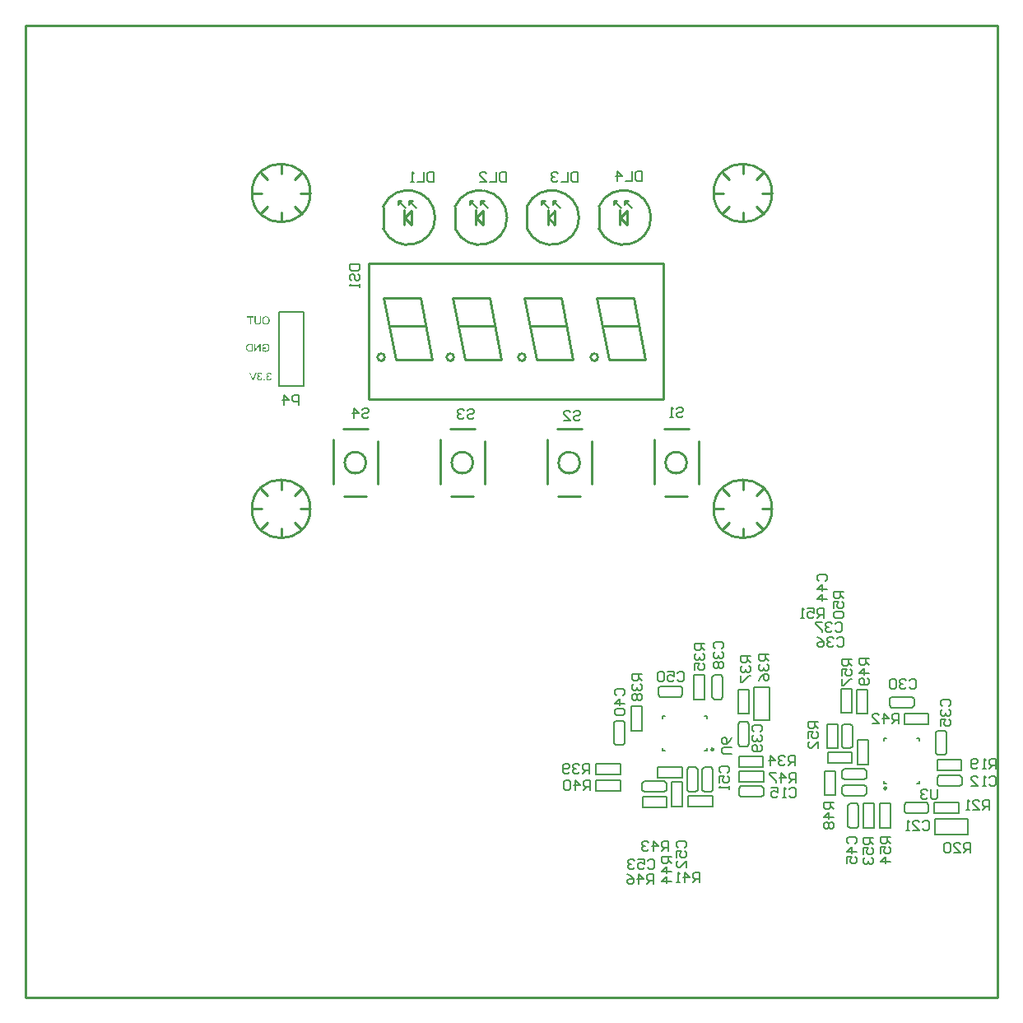
<source format=gbo>
%FSLAX25Y25*%
%MOIN*%
G70*
G01*
G75*
G04 Layer_Color=32896*
%ADD10R,0.02559X0.05315*%
%ADD11R,0.14410X0.09843*%
%ADD12R,0.14410X0.07874*%
%ADD13R,0.01969X0.06299*%
%ADD14R,0.03543X0.02126*%
%ADD15R,0.09843X0.14410*%
%ADD16R,0.07874X0.14410*%
%ADD17R,0.06299X0.01969*%
%ADD18R,0.02126X0.03543*%
%ADD19R,0.03937X0.05118*%
%ADD20R,0.05118X0.03937*%
%ADD21R,0.05000X0.06000*%
%ADD22O,0.05906X0.03150*%
%ADD23R,0.04000X0.01969*%
%ADD24R,0.10000X0.07500*%
%ADD25O,0.09843X0.05906*%
%ADD26R,0.08661X0.07087*%
%ADD27R,0.09843X0.15748*%
%ADD28R,0.08000X0.02400*%
%ADD29O,0.08000X0.02400*%
%ADD30R,0.09449X0.08268*%
%ADD31R,0.07874X0.07874*%
%ADD32R,0.03347X0.02756*%
%ADD33R,0.02756X0.03347*%
%ADD34R,0.07087X0.03937*%
%ADD35R,0.03937X0.10630*%
%ADD36R,0.10630X0.03937*%
%ADD37R,0.03937X0.02362*%
%ADD38R,0.02362X0.03937*%
%ADD39O,0.00984X0.04724*%
%ADD40O,0.04724X0.00984*%
%ADD41O,0.04724X0.01772*%
%ADD42O,0.01772X0.04724*%
%ADD43R,0.04724X0.01772*%
%ADD44O,0.03543X0.01969*%
%ADD45R,0.03543X0.01969*%
%ADD46O,0.03543X0.01969*%
%ADD47R,0.17716X0.15748*%
%ADD48R,0.15748X0.17716*%
%ADD49R,0.27953X0.21654*%
%ADD50R,0.08268X0.03937*%
%ADD51R,0.07559X0.25590*%
%ADD52R,0.21654X0.25197*%
%ADD53R,0.03937X0.10827*%
%ADD54O,0.06299X0.01772*%
%ADD55R,0.08071X0.09055*%
%ADD56C,0.01000*%
%ADD57C,0.00800*%
%ADD58C,0.02000*%
%ADD59C,0.01200*%
%ADD60C,0.03000*%
%ADD61C,0.04000*%
%ADD62C,0.03500*%
%ADD63C,0.06000*%
%ADD64C,0.01500*%
%ADD65C,0.10000*%
%ADD66C,0.08000*%
%ADD67R,0.14500X0.04200*%
%ADD68R,0.04100X0.17800*%
%ADD69R,0.17100X0.04200*%
%ADD70R,0.04400X0.22500*%
%ADD71R,0.04100X0.19500*%
%ADD72R,0.16800X0.04200*%
%ADD73R,0.02437X0.03577*%
%ADD74R,0.23300X0.07400*%
%ADD75R,0.16351X0.07500*%
%ADD76R,0.55500X0.04751*%
%ADD77R,0.07912X0.15875*%
%ADD78R,0.05600X0.05100*%
%ADD79R,0.40000X0.08400*%
%ADD80R,0.28400X0.16700*%
%ADD81R,0.07300X0.03700*%
%ADD82R,0.08300X0.49900*%
%ADD83R,0.03900X0.06100*%
%ADD84R,0.08664X0.44500*%
%ADD85R,0.16500X0.07900*%
%ADD86R,0.06000X0.16300*%
%ADD87R,0.23600X0.17400*%
%ADD88R,0.25624X0.17093*%
%ADD89R,0.24100X0.17400*%
%ADD90C,0.06000*%
%ADD91O,0.06000X0.10000*%
%ADD92R,0.06000X0.10000*%
%ADD93O,0.05906X0.09843*%
%ADD94R,0.05906X0.09843*%
%ADD95C,0.06693*%
%ADD96R,0.05906X0.05906*%
%ADD97C,0.05906*%
%ADD98C,0.03937*%
%ADD99O,0.07874X0.15748*%
%ADD100O,0.09843X0.11811*%
%ADD101R,0.09843X0.11811*%
%ADD102C,0.02000*%
%ADD103C,0.03000*%
%ADD104C,0.04000*%
%ADD105C,0.05000*%
%ADD106C,0.02598*%
%ADD107R,0.05512X0.07087*%
%ADD108R,0.13386X0.07087*%
%ADD109O,0.02756X0.01181*%
%ADD110O,0.01181X0.02756*%
%ADD111R,0.07087X0.13386*%
%ADD112R,0.15900X0.03600*%
%ADD113R,0.05800X0.21700*%
%ADD114R,0.17600X0.04300*%
%ADD115R,0.04400X0.22100*%
%ADD116R,0.03084X0.06973*%
%ADD117R,0.10427X0.02514*%
%ADD118R,0.12200X0.03500*%
%ADD119R,0.08500X0.07122*%
%ADD120R,0.21373X0.05490*%
%ADD121R,0.03200X0.06000*%
%ADD122R,0.02900X0.13700*%
%ADD123R,0.22500X1.19600*%
%ADD124R,0.29000X0.26900*%
%ADD125C,0.00394*%
%ADD126C,0.00500*%
%ADD127C,0.00984*%
%ADD128C,0.00787*%
%ADD129C,0.00591*%
%ADD130R,0.04724X0.02756*%
%ADD131R,0.01968X0.03543*%
%ADD132R,0.03359X0.06115*%
%ADD133R,0.15210X0.10642*%
%ADD134R,0.15210X0.08674*%
%ADD135R,0.02769X0.07099*%
%ADD136R,0.04343X0.02926*%
%ADD137R,0.10642X0.15210*%
%ADD138R,0.08674X0.15210*%
%ADD139R,0.07099X0.02769*%
%ADD140R,0.02926X0.04343*%
%ADD141R,0.04737X0.05918*%
%ADD142R,0.05918X0.04737*%
%ADD143R,0.05800X0.06800*%
%ADD144O,0.06706X0.03950*%
%ADD145R,0.04800X0.02769*%
%ADD146R,0.10800X0.08300*%
%ADD147O,0.10642X0.06706*%
%ADD148R,0.09461X0.07887*%
%ADD149R,0.10642X0.16548*%
%ADD150R,0.08800X0.03200*%
%ADD151O,0.08800X0.03200*%
%ADD152R,0.10249X0.09068*%
%ADD153R,0.08674X0.08674*%
%ADD154R,0.04147X0.03556*%
%ADD155R,0.03556X0.04147*%
%ADD156R,0.07887X0.04737*%
%ADD157R,0.04737X0.11430*%
%ADD158R,0.11430X0.04737*%
%ADD159R,0.04737X0.03162*%
%ADD160R,0.03162X0.04737*%
%ADD161O,0.01784X0.05524*%
%ADD162O,0.05524X0.01784*%
%ADD163O,0.05524X0.02572*%
%ADD164O,0.02572X0.05524*%
%ADD165R,0.05524X0.02572*%
%ADD166O,0.04343X0.02769*%
%ADD167R,0.04343X0.02769*%
%ADD168O,0.04343X0.02769*%
%ADD169R,0.18517X0.16548*%
%ADD170R,0.16548X0.18517*%
%ADD171R,0.28753X0.22453*%
%ADD172R,0.09068X0.04737*%
%ADD173R,0.08359X0.26391*%
%ADD174R,0.22453X0.25997*%
%ADD175R,0.04737X0.11627*%
%ADD176O,0.07099X0.02572*%
%ADD177R,0.08871X0.09855*%
%ADD178C,0.06800*%
%ADD179O,0.06800X0.10800*%
%ADD180R,0.06800X0.10800*%
%ADD181O,0.06706X0.10642*%
%ADD182R,0.06706X0.10642*%
%ADD183C,0.07493*%
%ADD184R,0.06706X0.06706*%
%ADD185C,0.06706*%
%ADD186C,0.04737*%
%ADD187O,0.08674X0.16548*%
%ADD188O,0.10642X0.12611*%
%ADD189R,0.10642X0.12611*%
%ADD190C,0.05800*%
%ADD191R,0.06312X0.07887*%
%ADD192R,0.14186X0.07887*%
%ADD193O,0.03556X0.01981*%
%ADD194O,0.01981X0.03556*%
%ADD195R,0.07887X0.14186*%
%ADD196C,0.03398*%
%ADD197C,0.00778*%
G36*
X14587Y-128945D02*
X14674Y-128949D01*
X14757Y-128959D01*
X14833Y-128973D01*
X14910Y-128987D01*
X14979Y-129004D01*
X15045Y-129022D01*
X15104Y-129039D01*
X15156Y-129060D01*
X15205Y-129077D01*
X15246Y-129094D01*
X15281Y-129108D01*
X15309Y-129122D01*
X15330Y-129132D01*
X15344Y-129136D01*
X15347Y-129139D01*
X15413Y-129178D01*
X15475Y-129223D01*
X15534Y-129268D01*
X15586Y-129316D01*
X15639Y-129368D01*
X15684Y-129417D01*
X15725Y-129466D01*
X15763Y-129514D01*
X15795Y-129563D01*
X15826Y-129604D01*
X15850Y-129643D01*
X15871Y-129677D01*
X15885Y-129705D01*
X15895Y-129726D01*
X15902Y-129740D01*
X15906Y-129743D01*
X15940Y-129820D01*
X15968Y-129896D01*
X15996Y-129972D01*
X16017Y-130049D01*
X16051Y-130194D01*
X16065Y-130264D01*
X16076Y-130330D01*
X16083Y-130389D01*
X16090Y-130444D01*
X16093Y-130493D01*
X16096Y-130534D01*
X16100Y-130569D01*
Y-130593D01*
Y-130607D01*
Y-130614D01*
X16096Y-130701D01*
X16093Y-130788D01*
X16083Y-130868D01*
X16069Y-130947D01*
X16055Y-131020D01*
X16037Y-131093D01*
X16020Y-131159D01*
X16003Y-131218D01*
X15985Y-131273D01*
X15968Y-131322D01*
X15951Y-131364D01*
X15937Y-131402D01*
X15923Y-131430D01*
X15913Y-131450D01*
X15909Y-131464D01*
X15906Y-131468D01*
X15868Y-131537D01*
X15822Y-131603D01*
X15777Y-131662D01*
X15732Y-131721D01*
X15684Y-131773D01*
X15635Y-131818D01*
X15586Y-131863D01*
X15541Y-131902D01*
X15496Y-131936D01*
X15455Y-131967D01*
X15416Y-131992D01*
X15385Y-132013D01*
X15361Y-132030D01*
X15340Y-132040D01*
X15326Y-132047D01*
X15323Y-132051D01*
X15250Y-132086D01*
X15173Y-132117D01*
X15101Y-132144D01*
X15028Y-132165D01*
X14951Y-132186D01*
X14882Y-132203D01*
X14813Y-132217D01*
X14750Y-132228D01*
X14691Y-132235D01*
X14636Y-132242D01*
X14587Y-132245D01*
X14545Y-132249D01*
X14511Y-132252D01*
X14466D01*
X14337Y-132245D01*
X14212Y-132231D01*
X14098Y-132214D01*
X14046Y-132200D01*
X13994Y-132190D01*
X13949Y-132179D01*
X13910Y-132165D01*
X13872Y-132155D01*
X13845Y-132148D01*
X13817Y-132138D01*
X13799Y-132134D01*
X13789Y-132127D01*
X13785D01*
X13661Y-132075D01*
X13543Y-132016D01*
X13435Y-131954D01*
X13383Y-131922D01*
X13338Y-131895D01*
X13296Y-131867D01*
X13258Y-131839D01*
X13223Y-131818D01*
X13196Y-131798D01*
X13171Y-131780D01*
X13154Y-131766D01*
X13144Y-131759D01*
X13140Y-131756D01*
Y-130566D01*
X14497D01*
Y-130944D01*
X13556D01*
Y-131544D01*
X13612Y-131589D01*
X13675Y-131627D01*
X13740Y-131666D01*
X13806Y-131700D01*
X13865Y-131728D01*
X13890Y-131742D01*
X13910Y-131752D01*
X13931Y-131759D01*
X13945Y-131766D01*
X13952Y-131770D01*
X13956D01*
X14053Y-131804D01*
X14150Y-131829D01*
X14240Y-131850D01*
X14320Y-131860D01*
X14358Y-131863D01*
X14389Y-131867D01*
X14417Y-131870D01*
X14441D01*
X14462Y-131874D01*
X14490D01*
X14608Y-131867D01*
X14719Y-131853D01*
X14820Y-131829D01*
X14868Y-131818D01*
X14910Y-131804D01*
X14948Y-131790D01*
X14983Y-131780D01*
X15014Y-131766D01*
X15042Y-131756D01*
X15063Y-131749D01*
X15076Y-131742D01*
X15087Y-131735D01*
X15090D01*
X15142Y-131707D01*
X15191Y-131676D01*
X15274Y-131610D01*
X15347Y-131537D01*
X15409Y-131468D01*
X15455Y-131405D01*
X15475Y-131378D01*
X15489Y-131357D01*
X15503Y-131336D01*
X15510Y-131322D01*
X15514Y-131312D01*
X15517Y-131308D01*
X15566Y-131194D01*
X15600Y-131072D01*
X15628Y-130954D01*
X15645Y-130840D01*
X15649Y-130788D01*
X15656Y-130739D01*
X15659Y-130698D01*
Y-130659D01*
X15663Y-130632D01*
Y-130607D01*
Y-130593D01*
Y-130590D01*
X15656Y-130462D01*
X15642Y-130340D01*
X15625Y-130233D01*
X15614Y-130181D01*
X15600Y-130135D01*
X15590Y-130094D01*
X15579Y-130055D01*
X15569Y-130024D01*
X15559Y-129997D01*
X15552Y-129972D01*
X15545Y-129958D01*
X15541Y-129948D01*
Y-129945D01*
X15514Y-129882D01*
X15482Y-129823D01*
X15448Y-129768D01*
X15416Y-129722D01*
X15389Y-129684D01*
X15364Y-129653D01*
X15350Y-129636D01*
X15344Y-129629D01*
X15292Y-129577D01*
X15233Y-129532D01*
X15177Y-129490D01*
X15122Y-129455D01*
X15073Y-129428D01*
X15035Y-129410D01*
X15021Y-129403D01*
X15010Y-129396D01*
X15003Y-129393D01*
X15000D01*
X14917Y-129361D01*
X14833Y-129341D01*
X14747Y-129323D01*
X14670Y-129313D01*
X14632Y-129309D01*
X14601Y-129306D01*
X14570D01*
X14545Y-129303D01*
X14497D01*
X14410Y-129306D01*
X14327Y-129316D01*
X14254Y-129330D01*
X14188Y-129344D01*
X14136Y-129361D01*
X14112Y-129368D01*
X14094Y-129375D01*
X14081Y-129382D01*
X14070Y-129386D01*
X14063Y-129389D01*
X14060D01*
X13990Y-129424D01*
X13928Y-129459D01*
X13876Y-129497D01*
X13831Y-129532D01*
X13799Y-129566D01*
X13775Y-129591D01*
X13758Y-129608D01*
X13754Y-129615D01*
X13716Y-129670D01*
X13681Y-129733D01*
X13650Y-129795D01*
X13622Y-129858D01*
X13602Y-129913D01*
X13595Y-129938D01*
X13588Y-129955D01*
X13581Y-129972D01*
X13577Y-129986D01*
X13574Y-129993D01*
Y-129997D01*
X13189Y-129893D01*
X13223Y-129778D01*
X13262Y-129674D01*
X13282Y-129629D01*
X13303Y-129584D01*
X13320Y-129545D01*
X13341Y-129511D01*
X13359Y-129476D01*
X13376Y-129448D01*
X13393Y-129424D01*
X13404Y-129403D01*
X13418Y-129389D01*
X13425Y-129379D01*
X13428Y-129372D01*
X13432Y-129368D01*
X13498Y-129296D01*
X13567Y-129233D01*
X13640Y-129181D01*
X13713Y-129136D01*
X13775Y-129101D01*
X13803Y-129087D01*
X13827Y-129077D01*
X13845Y-129067D01*
X13858Y-129060D01*
X13869Y-129056D01*
X13872D01*
X13980Y-129018D01*
X14087Y-128990D01*
X14195Y-128969D01*
X14292Y-128955D01*
X14337Y-128952D01*
X14375Y-128949D01*
X14410Y-128945D01*
X14441Y-128942D01*
X14500D01*
X14587Y-128945D01*
D02*
G37*
G36*
X9610Y-143800D02*
X9172D01*
X7923Y-140597D01*
X8353D01*
X9217Y-142926D01*
X9252Y-143023D01*
X9287Y-143116D01*
X9318Y-143207D01*
X9342Y-143286D01*
X9353Y-143321D01*
X9363Y-143352D01*
X9370Y-143380D01*
X9377Y-143404D01*
X9384Y-143422D01*
X9387Y-143439D01*
X9391Y-143446D01*
Y-143449D01*
X9419Y-143356D01*
X9446Y-143262D01*
X9474Y-143175D01*
X9499Y-143096D01*
X9512Y-143057D01*
X9523Y-143026D01*
X9533Y-142998D01*
X9540Y-142974D01*
X9547Y-142953D01*
X9554Y-142939D01*
X9557Y-142929D01*
Y-142926D01*
X10390Y-140597D01*
X10852D01*
X9610Y-143800D01*
D02*
G37*
G36*
X9285Y-132200D02*
X8129D01*
X8025Y-132196D01*
X7928Y-132193D01*
X7841Y-132183D01*
X7765Y-132172D01*
X7734Y-132169D01*
X7706Y-132165D01*
X7678Y-132158D01*
X7658Y-132155D01*
X7640Y-132151D01*
X7630D01*
X7623Y-132148D01*
X7619D01*
X7540Y-132124D01*
X7463Y-132099D01*
X7397Y-132072D01*
X7342Y-132047D01*
X7297Y-132023D01*
X7262Y-132006D01*
X7241Y-131992D01*
X7238Y-131988D01*
X7234D01*
X7175Y-131943D01*
X7120Y-131898D01*
X7071Y-131850D01*
X7029Y-131801D01*
X6991Y-131759D01*
X6967Y-131728D01*
X6957Y-131714D01*
X6950Y-131704D01*
X6943Y-131700D01*
Y-131697D01*
X6894Y-131624D01*
X6853Y-131548D01*
X6814Y-131468D01*
X6783Y-131395D01*
X6759Y-131329D01*
X6748Y-131301D01*
X6738Y-131277D01*
X6735Y-131260D01*
X6728Y-131246D01*
X6724Y-131235D01*
Y-131232D01*
X6696Y-131121D01*
X6675Y-131010D01*
X6658Y-130902D01*
X6648Y-130802D01*
X6644Y-130756D01*
X6641Y-130715D01*
Y-130677D01*
X6637Y-130645D01*
Y-130618D01*
Y-130600D01*
Y-130586D01*
Y-130583D01*
X6644Y-130427D01*
X6648Y-130354D01*
X6658Y-130285D01*
X6668Y-130219D01*
X6679Y-130156D01*
X6689Y-130097D01*
X6700Y-130042D01*
X6714Y-129993D01*
X6724Y-129951D01*
X6735Y-129913D01*
X6745Y-129882D01*
X6755Y-129858D01*
X6759Y-129837D01*
X6766Y-129826D01*
Y-129823D01*
X6818Y-129705D01*
X6877Y-129597D01*
X6908Y-129549D01*
X6939Y-129504D01*
X6970Y-129462D01*
X7002Y-129424D01*
X7029Y-129389D01*
X7057Y-129361D01*
X7081Y-129334D01*
X7102Y-129313D01*
X7120Y-129296D01*
X7134Y-129285D01*
X7141Y-129278D01*
X7144Y-129275D01*
X7220Y-129216D01*
X7300Y-129167D01*
X7376Y-129129D01*
X7449Y-129098D01*
X7515Y-129074D01*
X7543Y-129067D01*
X7567Y-129060D01*
X7585Y-129053D01*
X7598Y-129049D01*
X7609Y-129046D01*
X7612D01*
X7650Y-129039D01*
X7692Y-129028D01*
X7786Y-129018D01*
X7880Y-129008D01*
X7973Y-129004D01*
X8015Y-129001D01*
X8056D01*
X8091Y-128997D01*
X9285D01*
Y-132200D01*
D02*
G37*
G36*
X12240Y-140590D02*
X12306Y-140597D01*
X12368Y-140608D01*
X12431Y-140621D01*
X12486Y-140639D01*
X12538Y-140656D01*
X12587Y-140677D01*
X12628Y-140694D01*
X12670Y-140715D01*
X12705Y-140736D01*
X12732Y-140753D01*
X12760Y-140771D01*
X12778Y-140785D01*
X12795Y-140795D01*
X12802Y-140802D01*
X12805Y-140805D01*
X12851Y-140847D01*
X12892Y-140896D01*
X12930Y-140944D01*
X12965Y-140993D01*
X12996Y-141045D01*
X13021Y-141093D01*
X13066Y-141194D01*
X13083Y-141239D01*
X13097Y-141281D01*
X13107Y-141319D01*
X13118Y-141350D01*
X13125Y-141378D01*
X13128Y-141399D01*
X13132Y-141413D01*
Y-141416D01*
X12740Y-141486D01*
X12719Y-141385D01*
X12691Y-141298D01*
X12660Y-141222D01*
X12625Y-141163D01*
X12597Y-141114D01*
X12569Y-141083D01*
X12552Y-141062D01*
X12545Y-141055D01*
X12483Y-141007D01*
X12420Y-140972D01*
X12354Y-140944D01*
X12295Y-140927D01*
X12240Y-140916D01*
X12219Y-140913D01*
X12198D01*
X12181Y-140910D01*
X12160D01*
X12077Y-140916D01*
X12004Y-140930D01*
X11938Y-140955D01*
X11882Y-140979D01*
X11841Y-141007D01*
X11810Y-141031D01*
X11789Y-141045D01*
X11782Y-141052D01*
X11754Y-141079D01*
X11733Y-141107D01*
X11695Y-141170D01*
X11667Y-141229D01*
X11650Y-141284D01*
X11639Y-141336D01*
X11636Y-141375D01*
X11632Y-141392D01*
Y-141402D01*
Y-141409D01*
Y-141413D01*
X11636Y-141461D01*
X11643Y-141506D01*
X11650Y-141551D01*
X11664Y-141590D01*
X11699Y-141659D01*
X11733Y-141715D01*
X11771Y-141760D01*
X11806Y-141791D01*
X11820Y-141801D01*
X11827Y-141808D01*
X11834Y-141815D01*
X11837D01*
X11914Y-141860D01*
X11993Y-141892D01*
X12070Y-141916D01*
X12139Y-141930D01*
X12198Y-141940D01*
X12222Y-141944D01*
X12247D01*
X12264Y-141947D01*
X12309D01*
X12330Y-141944D01*
X12347Y-141940D01*
X12354D01*
X12396Y-142284D01*
X12337Y-142270D01*
X12281Y-142259D01*
X12236Y-142252D01*
X12195Y-142245D01*
X12163D01*
X12139Y-142242D01*
X12118D01*
X12070Y-142245D01*
X12021Y-142249D01*
X11934Y-142270D01*
X11858Y-142297D01*
X11792Y-142329D01*
X11740Y-142363D01*
X11719Y-142377D01*
X11702Y-142391D01*
X11688Y-142402D01*
X11678Y-142412D01*
X11674Y-142415D01*
X11671Y-142419D01*
X11639Y-142454D01*
X11612Y-142488D01*
X11587Y-142523D01*
X11567Y-142561D01*
X11535Y-142634D01*
X11511Y-142707D01*
X11501Y-142769D01*
X11497Y-142794D01*
X11494Y-142818D01*
X11490Y-142835D01*
Y-142853D01*
Y-142860D01*
Y-142863D01*
X11494Y-142915D01*
X11497Y-142964D01*
X11522Y-143057D01*
X11549Y-143137D01*
X11584Y-143207D01*
X11605Y-143238D01*
X11622Y-143262D01*
X11636Y-143286D01*
X11650Y-143304D01*
X11664Y-143318D01*
X11674Y-143328D01*
X11678Y-143335D01*
X11681Y-143339D01*
X11719Y-143373D01*
X11757Y-143401D01*
X11796Y-143425D01*
X11834Y-143449D01*
X11914Y-143484D01*
X11990Y-143505D01*
X12052Y-143519D01*
X12084Y-143522D01*
X12105Y-143526D01*
X12125Y-143529D01*
X12153D01*
X12236Y-143522D01*
X12316Y-143505D01*
X12382Y-143484D01*
X12441Y-143456D01*
X12490Y-143429D01*
X12524Y-143408D01*
X12535Y-143397D01*
X12545Y-143391D01*
X12549Y-143384D01*
X12552D01*
X12580Y-143352D01*
X12608Y-143321D01*
X12656Y-143248D01*
X12694Y-143168D01*
X12726Y-143089D01*
X12750Y-143016D01*
X12757Y-142984D01*
X12764Y-142957D01*
X12771Y-142932D01*
X12774Y-142915D01*
X12778Y-142905D01*
Y-142901D01*
X13170Y-142953D01*
X13159Y-143026D01*
X13146Y-143096D01*
X13125Y-143161D01*
X13104Y-143224D01*
X13080Y-143283D01*
X13052Y-143335D01*
X13024Y-143387D01*
X12996Y-143429D01*
X12968Y-143470D01*
X12944Y-143505D01*
X12920Y-143536D01*
X12899Y-143561D01*
X12878Y-143581D01*
X12864Y-143595D01*
X12857Y-143602D01*
X12854Y-143606D01*
X12802Y-143651D01*
X12743Y-143689D01*
X12687Y-143720D01*
X12628Y-143751D01*
X12569Y-143776D01*
X12510Y-143793D01*
X12455Y-143810D01*
X12399Y-143824D01*
X12347Y-143835D01*
X12302Y-143842D01*
X12261Y-143849D01*
X12222Y-143852D01*
X12195D01*
X12170Y-143856D01*
X12153D01*
X12066Y-143852D01*
X11987Y-143842D01*
X11910Y-143828D01*
X11837Y-143810D01*
X11768Y-143790D01*
X11705Y-143765D01*
X11646Y-143737D01*
X11594Y-143710D01*
X11546Y-143685D01*
X11504Y-143658D01*
X11466Y-143633D01*
X11438Y-143613D01*
X11414Y-143595D01*
X11397Y-143581D01*
X11386Y-143571D01*
X11383Y-143568D01*
X11327Y-143512D01*
X11282Y-143453D01*
X11240Y-143394D01*
X11206Y-143332D01*
X11174Y-143273D01*
X11150Y-143214D01*
X11129Y-143158D01*
X11112Y-143103D01*
X11098Y-143051D01*
X11091Y-143005D01*
X11084Y-142964D01*
X11077Y-142926D01*
Y-142898D01*
X11074Y-142874D01*
Y-142860D01*
Y-142856D01*
Y-142801D01*
X11081Y-142745D01*
X11098Y-142645D01*
X11126Y-142558D01*
X11140Y-142520D01*
X11154Y-142485D01*
X11168Y-142450D01*
X11181Y-142422D01*
X11195Y-142398D01*
X11209Y-142381D01*
X11220Y-142363D01*
X11227Y-142353D01*
X11230Y-142346D01*
X11233Y-142343D01*
X11296Y-142270D01*
X11369Y-142211D01*
X11442Y-142166D01*
X11511Y-142128D01*
X11577Y-142100D01*
X11605Y-142089D01*
X11626Y-142082D01*
X11646Y-142075D01*
X11660Y-142072D01*
X11671Y-142069D01*
X11674D01*
X11598Y-142027D01*
X11532Y-141985D01*
X11473Y-141940D01*
X11428Y-141895D01*
X11390Y-141857D01*
X11365Y-141826D01*
X11348Y-141805D01*
X11344Y-141801D01*
Y-141798D01*
X11306Y-141732D01*
X11279Y-141666D01*
X11258Y-141604D01*
X11244Y-141544D01*
X11237Y-141496D01*
X11230Y-141454D01*
Y-141440D01*
Y-141430D01*
Y-141423D01*
Y-141420D01*
X11233Y-141340D01*
X11247Y-141263D01*
X11268Y-141194D01*
X11289Y-141132D01*
X11310Y-141079D01*
X11320Y-141059D01*
X11331Y-141041D01*
X11338Y-141027D01*
X11344Y-141014D01*
X11348Y-141010D01*
Y-141007D01*
X11397Y-140937D01*
X11452Y-140878D01*
X11508Y-140826D01*
X11563Y-140781D01*
X11612Y-140746D01*
X11650Y-140722D01*
X11667Y-140712D01*
X11678Y-140705D01*
X11685Y-140701D01*
X11688D01*
X11771Y-140663D01*
X11855Y-140635D01*
X11938Y-140614D01*
X12011Y-140601D01*
X12077Y-140594D01*
X12101Y-140590D01*
X12125Y-140587D01*
X12170D01*
X12240Y-140590D01*
D02*
G37*
G36*
X15970D02*
X16036Y-140597D01*
X16098Y-140608D01*
X16161Y-140621D01*
X16216Y-140639D01*
X16269Y-140656D01*
X16317Y-140677D01*
X16359Y-140694D01*
X16400Y-140715D01*
X16435Y-140736D01*
X16463Y-140753D01*
X16490Y-140771D01*
X16508Y-140785D01*
X16525Y-140795D01*
X16532Y-140802D01*
X16536Y-140805D01*
X16581Y-140847D01*
X16622Y-140896D01*
X16661Y-140944D01*
X16695Y-140993D01*
X16726Y-141045D01*
X16751Y-141093D01*
X16796Y-141194D01*
X16813Y-141239D01*
X16827Y-141281D01*
X16838Y-141319D01*
X16848Y-141350D01*
X16855Y-141378D01*
X16858Y-141399D01*
X16862Y-141413D01*
Y-141416D01*
X16470Y-141486D01*
X16449Y-141385D01*
X16421Y-141298D01*
X16390Y-141222D01*
X16355Y-141163D01*
X16327Y-141114D01*
X16300Y-141083D01*
X16282Y-141062D01*
X16275Y-141055D01*
X16213Y-141007D01*
X16150Y-140972D01*
X16084Y-140944D01*
X16026Y-140927D01*
X15970Y-140916D01*
X15949Y-140913D01*
X15928D01*
X15911Y-140910D01*
X15890D01*
X15807Y-140916D01*
X15734Y-140930D01*
X15668Y-140955D01*
X15613Y-140979D01*
X15571Y-141007D01*
X15540Y-141031D01*
X15519Y-141045D01*
X15512Y-141052D01*
X15484Y-141079D01*
X15463Y-141107D01*
X15425Y-141170D01*
X15397Y-141229D01*
X15380Y-141284D01*
X15370Y-141336D01*
X15366Y-141375D01*
X15363Y-141392D01*
Y-141402D01*
Y-141409D01*
Y-141413D01*
X15366Y-141461D01*
X15373Y-141506D01*
X15380Y-141551D01*
X15394Y-141590D01*
X15429Y-141659D01*
X15463Y-141715D01*
X15502Y-141760D01*
X15536Y-141791D01*
X15550Y-141801D01*
X15557Y-141808D01*
X15564Y-141815D01*
X15567D01*
X15644Y-141860D01*
X15724Y-141892D01*
X15800Y-141916D01*
X15869Y-141930D01*
X15928Y-141940D01*
X15953Y-141944D01*
X15977D01*
X15994Y-141947D01*
X16039D01*
X16060Y-141944D01*
X16078Y-141940D01*
X16084D01*
X16126Y-142284D01*
X16067Y-142270D01*
X16012Y-142259D01*
X15967Y-142252D01*
X15925Y-142245D01*
X15894D01*
X15869Y-142242D01*
X15849D01*
X15800Y-142245D01*
X15751Y-142249D01*
X15665Y-142270D01*
X15588Y-142297D01*
X15522Y-142329D01*
X15470Y-142363D01*
X15450Y-142377D01*
X15432Y-142391D01*
X15418Y-142402D01*
X15408Y-142412D01*
X15404Y-142415D01*
X15401Y-142419D01*
X15370Y-142454D01*
X15342Y-142488D01*
X15318Y-142523D01*
X15297Y-142561D01*
X15266Y-142634D01*
X15241Y-142707D01*
X15231Y-142769D01*
X15227Y-142794D01*
X15224Y-142818D01*
X15221Y-142835D01*
Y-142853D01*
Y-142860D01*
Y-142863D01*
X15224Y-142915D01*
X15227Y-142964D01*
X15252Y-143057D01*
X15280Y-143137D01*
X15314Y-143207D01*
X15335Y-143238D01*
X15352Y-143262D01*
X15366Y-143286D01*
X15380Y-143304D01*
X15394Y-143318D01*
X15404Y-143328D01*
X15408Y-143335D01*
X15411Y-143339D01*
X15450Y-143373D01*
X15488Y-143401D01*
X15526Y-143425D01*
X15564Y-143449D01*
X15644Y-143484D01*
X15720Y-143505D01*
X15783Y-143519D01*
X15814Y-143522D01*
X15835Y-143526D01*
X15856Y-143529D01*
X15883D01*
X15967Y-143522D01*
X16046Y-143505D01*
X16112Y-143484D01*
X16171Y-143456D01*
X16220Y-143429D01*
X16255Y-143408D01*
X16265Y-143397D01*
X16275Y-143391D01*
X16279Y-143384D01*
X16282D01*
X16310Y-143352D01*
X16338Y-143321D01*
X16386Y-143248D01*
X16425Y-143168D01*
X16456Y-143089D01*
X16480Y-143016D01*
X16487Y-142984D01*
X16494Y-142957D01*
X16501Y-142932D01*
X16504Y-142915D01*
X16508Y-142905D01*
Y-142901D01*
X16900Y-142953D01*
X16890Y-143026D01*
X16876Y-143096D01*
X16855Y-143161D01*
X16834Y-143224D01*
X16810Y-143283D01*
X16782Y-143335D01*
X16754Y-143387D01*
X16726Y-143429D01*
X16699Y-143470D01*
X16674Y-143505D01*
X16650Y-143536D01*
X16629Y-143561D01*
X16609Y-143581D01*
X16595Y-143595D01*
X16588Y-143602D01*
X16584Y-143606D01*
X16532Y-143651D01*
X16473Y-143689D01*
X16418Y-143720D01*
X16359Y-143751D01*
X16300Y-143776D01*
X16241Y-143793D01*
X16185Y-143810D01*
X16130Y-143824D01*
X16078Y-143835D01*
X16033Y-143842D01*
X15991Y-143849D01*
X15953Y-143852D01*
X15925D01*
X15901Y-143856D01*
X15883D01*
X15797Y-143852D01*
X15717Y-143842D01*
X15640Y-143828D01*
X15567Y-143810D01*
X15498Y-143790D01*
X15436Y-143765D01*
X15377Y-143737D01*
X15325Y-143710D01*
X15276Y-143685D01*
X15234Y-143658D01*
X15196Y-143633D01*
X15168Y-143613D01*
X15144Y-143595D01*
X15127Y-143581D01*
X15116Y-143571D01*
X15113Y-143568D01*
X15057Y-143512D01*
X15012Y-143453D01*
X14971Y-143394D01*
X14936Y-143332D01*
X14905Y-143273D01*
X14881Y-143214D01*
X14860Y-143158D01*
X14842Y-143103D01*
X14828Y-143051D01*
X14821Y-143005D01*
X14815Y-142964D01*
X14808Y-142926D01*
Y-142898D01*
X14804Y-142874D01*
Y-142860D01*
Y-142856D01*
Y-142801D01*
X14811Y-142745D01*
X14828Y-142645D01*
X14856Y-142558D01*
X14870Y-142520D01*
X14884Y-142485D01*
X14898Y-142450D01*
X14912Y-142422D01*
X14926Y-142398D01*
X14939Y-142381D01*
X14950Y-142363D01*
X14957Y-142353D01*
X14960Y-142346D01*
X14964Y-142343D01*
X15026Y-142270D01*
X15099Y-142211D01*
X15172Y-142166D01*
X15241Y-142128D01*
X15307Y-142100D01*
X15335Y-142089D01*
X15356Y-142082D01*
X15377Y-142075D01*
X15391Y-142072D01*
X15401Y-142069D01*
X15404D01*
X15328Y-142027D01*
X15262Y-141985D01*
X15203Y-141940D01*
X15158Y-141895D01*
X15120Y-141857D01*
X15096Y-141826D01*
X15078Y-141805D01*
X15075Y-141801D01*
Y-141798D01*
X15037Y-141732D01*
X15009Y-141666D01*
X14988Y-141604D01*
X14974Y-141544D01*
X14967Y-141496D01*
X14960Y-141454D01*
Y-141440D01*
Y-141430D01*
Y-141423D01*
Y-141420D01*
X14964Y-141340D01*
X14978Y-141263D01*
X14998Y-141194D01*
X15019Y-141132D01*
X15040Y-141079D01*
X15051Y-141059D01*
X15061Y-141041D01*
X15068Y-141027D01*
X15075Y-141014D01*
X15078Y-141010D01*
Y-141007D01*
X15127Y-140937D01*
X15182Y-140878D01*
X15238Y-140826D01*
X15293Y-140781D01*
X15342Y-140746D01*
X15380Y-140722D01*
X15397Y-140712D01*
X15408Y-140705D01*
X15415Y-140701D01*
X15418D01*
X15502Y-140663D01*
X15585Y-140635D01*
X15668Y-140614D01*
X15741Y-140601D01*
X15807Y-140594D01*
X15831Y-140590D01*
X15856Y-140587D01*
X15901D01*
X15970Y-140590D01*
D02*
G37*
G36*
X14193Y-143800D02*
X13746D01*
Y-143352D01*
X14193D01*
Y-143800D01*
D02*
G37*
G36*
X12584Y-119747D02*
Y-119840D01*
X12577Y-119927D01*
X12574Y-120010D01*
X12563Y-120087D01*
X12557Y-120160D01*
X12546Y-120226D01*
X12536Y-120284D01*
X12522Y-120340D01*
X12511Y-120389D01*
X12501Y-120430D01*
X12491Y-120468D01*
X12480Y-120496D01*
X12473Y-120520D01*
X12466Y-120538D01*
X12463Y-120548D01*
Y-120552D01*
X12438Y-120604D01*
X12411Y-120656D01*
X12348Y-120746D01*
X12282Y-120822D01*
X12213Y-120885D01*
X12182Y-120913D01*
X12154Y-120933D01*
X12126Y-120954D01*
X12102Y-120972D01*
X12085Y-120982D01*
X12071Y-120992D01*
X12060Y-120996D01*
X12057Y-120999D01*
X12001Y-121027D01*
X11942Y-121048D01*
X11821Y-121086D01*
X11696Y-121114D01*
X11578Y-121131D01*
X11526Y-121138D01*
X11474Y-121145D01*
X11432Y-121149D01*
X11394D01*
X11363Y-121152D01*
X11318D01*
X11234Y-121149D01*
X11155Y-121145D01*
X11078Y-121135D01*
X11005Y-121124D01*
X10939Y-121110D01*
X10877Y-121097D01*
X10821Y-121079D01*
X10773Y-121062D01*
X10724Y-121048D01*
X10686Y-121031D01*
X10651Y-121017D01*
X10624Y-121003D01*
X10599Y-120992D01*
X10586Y-120982D01*
X10575Y-120978D01*
X10572Y-120975D01*
X10520Y-120940D01*
X10471Y-120906D01*
X10429Y-120868D01*
X10388Y-120829D01*
X10353Y-120791D01*
X10318Y-120749D01*
X10291Y-120715D01*
X10266Y-120677D01*
X10225Y-120614D01*
X10211Y-120586D01*
X10197Y-120562D01*
X10187Y-120541D01*
X10180Y-120527D01*
X10176Y-120517D01*
Y-120514D01*
X10155Y-120458D01*
X10138Y-120399D01*
X10110Y-120274D01*
X10093Y-120146D01*
X10079Y-120024D01*
X10075Y-119965D01*
X10072Y-119913D01*
X10069Y-119868D01*
X10065Y-119826D01*
Y-119792D01*
Y-119767D01*
Y-119754D01*
Y-119747D01*
Y-117897D01*
X10488D01*
Y-119747D01*
X10492Y-119854D01*
X10495Y-119955D01*
X10506Y-120045D01*
X10520Y-120128D01*
X10533Y-120201D01*
X10551Y-120267D01*
X10572Y-120326D01*
X10589Y-120378D01*
X10606Y-120423D01*
X10627Y-120461D01*
X10644Y-120493D01*
X10658Y-120517D01*
X10672Y-120534D01*
X10679Y-120548D01*
X10686Y-120555D01*
X10690Y-120559D01*
X10731Y-120597D01*
X10776Y-120628D01*
X10825Y-120656D01*
X10877Y-120680D01*
X10932Y-120701D01*
X10988Y-120718D01*
X11096Y-120743D01*
X11148Y-120753D01*
X11196Y-120760D01*
X11241Y-120763D01*
X11280Y-120767D01*
X11311Y-120770D01*
X11356D01*
X11453Y-120767D01*
X11543Y-120753D01*
X11623Y-120736D01*
X11693Y-120718D01*
X11720Y-120708D01*
X11744Y-120697D01*
X11769Y-120691D01*
X11786Y-120684D01*
X11800Y-120677D01*
X11811Y-120670D01*
X11817Y-120666D01*
X11821D01*
X11887Y-120621D01*
X11942Y-120573D01*
X11987Y-120524D01*
X12022Y-120472D01*
X12050Y-120430D01*
X12071Y-120392D01*
X12078Y-120378D01*
X12081Y-120368D01*
X12085Y-120364D01*
Y-120361D01*
X12099Y-120323D01*
X12109Y-120278D01*
X12130Y-120180D01*
X12144Y-120080D01*
X12150Y-119979D01*
X12154Y-119934D01*
X12157Y-119889D01*
Y-119851D01*
X12161Y-119816D01*
Y-119785D01*
Y-119764D01*
Y-119750D01*
Y-119747D01*
Y-117897D01*
X12584D01*
Y-119747D01*
D02*
G37*
G36*
X9600Y-118275D02*
X8545D01*
Y-121100D01*
X8122D01*
Y-118275D01*
X7067D01*
Y-117897D01*
X9600D01*
Y-118275D01*
D02*
G37*
G36*
X12519Y-132200D02*
X12113D01*
Y-129688D01*
X10434Y-132200D01*
X9996D01*
Y-128997D01*
X10402D01*
Y-131513D01*
X12085Y-128997D01*
X12519D01*
Y-132200D01*
D02*
G37*
G36*
X14791Y-117845D02*
X14909Y-117862D01*
X15020Y-117883D01*
X15124Y-117911D01*
X15225Y-117946D01*
X15315Y-117984D01*
X15398Y-118026D01*
X15475Y-118067D01*
X15544Y-118109D01*
X15603Y-118150D01*
X15652Y-118189D01*
X15697Y-118223D01*
X15728Y-118251D01*
X15752Y-118272D01*
X15770Y-118289D01*
X15773Y-118293D01*
X15849Y-118379D01*
X15915Y-118477D01*
X15971Y-118574D01*
X16020Y-118678D01*
X16061Y-118782D01*
X16096Y-118886D01*
X16124Y-118987D01*
X16148Y-119087D01*
X16165Y-119181D01*
X16176Y-119264D01*
X16186Y-119344D01*
X16193Y-119410D01*
X16196Y-119466D01*
Y-119486D01*
X16200Y-119507D01*
Y-119521D01*
Y-119532D01*
Y-119538D01*
Y-119542D01*
X16196Y-119618D01*
X16193Y-119698D01*
X16172Y-119844D01*
X16158Y-119913D01*
X16145Y-119979D01*
X16127Y-120042D01*
X16110Y-120097D01*
X16092Y-120153D01*
X16075Y-120198D01*
X16061Y-120239D01*
X16047Y-120274D01*
X16037Y-120302D01*
X16026Y-120323D01*
X16023Y-120337D01*
X16020Y-120340D01*
X15981Y-120410D01*
X15943Y-120475D01*
X15902Y-120534D01*
X15856Y-120593D01*
X15811Y-120645D01*
X15766Y-120694D01*
X15725Y-120739D01*
X15679Y-120781D01*
X15638Y-120816D01*
X15600Y-120847D01*
X15565Y-120875D01*
X15537Y-120895D01*
X15513Y-120913D01*
X15492Y-120926D01*
X15482Y-120933D01*
X15478Y-120937D01*
X15409Y-120975D01*
X15339Y-121006D01*
X15270Y-121037D01*
X15201Y-121062D01*
X15131Y-121083D01*
X15065Y-121100D01*
X14999Y-121114D01*
X14940Y-121124D01*
X14881Y-121135D01*
X14833Y-121142D01*
X14784Y-121145D01*
X14746Y-121149D01*
X14715Y-121152D01*
X14670D01*
X14593Y-121149D01*
X14517Y-121145D01*
X14371Y-121121D01*
X14305Y-121107D01*
X14239Y-121090D01*
X14180Y-121072D01*
X14125Y-121055D01*
X14073Y-121037D01*
X14028Y-121020D01*
X13990Y-121003D01*
X13955Y-120989D01*
X13927Y-120975D01*
X13910Y-120965D01*
X13896Y-120961D01*
X13892Y-120958D01*
X13826Y-120920D01*
X13764Y-120875D01*
X13705Y-120829D01*
X13653Y-120784D01*
X13604Y-120736D01*
X13556Y-120687D01*
X13514Y-120639D01*
X13476Y-120593D01*
X13445Y-120548D01*
X13414Y-120507D01*
X13389Y-120468D01*
X13368Y-120437D01*
X13355Y-120413D01*
X13344Y-120392D01*
X13337Y-120378D01*
X13334Y-120375D01*
X13299Y-120302D01*
X13268Y-120226D01*
X13244Y-120153D01*
X13219Y-120076D01*
X13198Y-120003D01*
X13185Y-119931D01*
X13171Y-119861D01*
X13160Y-119795D01*
X13153Y-119733D01*
X13146Y-119677D01*
X13143Y-119629D01*
X13139Y-119587D01*
X13136Y-119552D01*
Y-119525D01*
Y-119511D01*
Y-119504D01*
X13139Y-119414D01*
X13143Y-119330D01*
X13153Y-119247D01*
X13164Y-119167D01*
X13178Y-119094D01*
X13195Y-119021D01*
X13212Y-118956D01*
X13230Y-118897D01*
X13247Y-118841D01*
X13264Y-118792D01*
X13278Y-118747D01*
X13296Y-118713D01*
X13306Y-118685D01*
X13316Y-118664D01*
X13320Y-118650D01*
X13323Y-118647D01*
X13362Y-118577D01*
X13400Y-118511D01*
X13445Y-118449D01*
X13487Y-118393D01*
X13532Y-118341D01*
X13577Y-118293D01*
X13622Y-118248D01*
X13667Y-118206D01*
X13709Y-118171D01*
X13747Y-118140D01*
X13778Y-118112D01*
X13809Y-118091D01*
X13834Y-118074D01*
X13851Y-118064D01*
X13865Y-118057D01*
X13868Y-118053D01*
X13938Y-118015D01*
X14004Y-117984D01*
X14073Y-117956D01*
X14142Y-117932D01*
X14212Y-117911D01*
X14278Y-117894D01*
X14340Y-117880D01*
X14402Y-117869D01*
X14458Y-117859D01*
X14507Y-117852D01*
X14552Y-117849D01*
X14593Y-117845D01*
X14625Y-117842D01*
X14666D01*
X14791Y-117845D01*
D02*
G37*
%LPC*%
G36*
X14687Y-118206D02*
X14607D01*
X14548Y-118213D01*
X14441Y-118230D01*
X14344Y-118258D01*
X14302Y-118272D01*
X14260Y-118286D01*
X14222Y-118303D01*
X14191Y-118317D01*
X14163Y-118331D01*
X14139Y-118345D01*
X14118Y-118355D01*
X14104Y-118362D01*
X14097Y-118366D01*
X14094Y-118369D01*
X14004Y-118435D01*
X13927Y-118508D01*
X13861Y-118581D01*
X13806Y-118654D01*
X13764Y-118720D01*
X13747Y-118747D01*
X13733Y-118772D01*
X13722Y-118792D01*
X13715Y-118806D01*
X13709Y-118817D01*
Y-118820D01*
X13663Y-118935D01*
X13629Y-119049D01*
X13604Y-119164D01*
X13591Y-119271D01*
X13584Y-119320D01*
X13580Y-119365D01*
X13577Y-119403D01*
Y-119438D01*
X13573Y-119466D01*
Y-119486D01*
Y-119500D01*
Y-119504D01*
X13577Y-119615D01*
X13587Y-119722D01*
X13601Y-119820D01*
X13622Y-119913D01*
X13646Y-120000D01*
X13670Y-120076D01*
X13702Y-120149D01*
X13729Y-120212D01*
X13757Y-120271D01*
X13785Y-120319D01*
X13813Y-120361D01*
X13837Y-120396D01*
X13858Y-120423D01*
X13872Y-120441D01*
X13882Y-120455D01*
X13885Y-120458D01*
X13945Y-120517D01*
X14007Y-120569D01*
X14073Y-120611D01*
X14139Y-120649D01*
X14205Y-120684D01*
X14271Y-120711D01*
X14333Y-120732D01*
X14396Y-120749D01*
X14451Y-120763D01*
X14507Y-120774D01*
X14552Y-120781D01*
X14593Y-120784D01*
X14628Y-120788D01*
X14652Y-120791D01*
X14673D01*
X14760Y-120788D01*
X14840Y-120777D01*
X14920Y-120760D01*
X14992Y-120739D01*
X15062Y-120715D01*
X15124Y-120687D01*
X15187Y-120656D01*
X15239Y-120625D01*
X15287Y-120597D01*
X15329Y-120566D01*
X15367Y-120538D01*
X15398Y-120514D01*
X15423Y-120493D01*
X15440Y-120475D01*
X15450Y-120465D01*
X15454Y-120461D01*
X15509Y-120396D01*
X15555Y-120326D01*
X15596Y-120253D01*
X15631Y-120177D01*
X15662Y-120101D01*
X15686Y-120028D01*
X15707Y-119951D01*
X15725Y-119879D01*
X15739Y-119813D01*
X15745Y-119750D01*
X15752Y-119695D01*
X15759Y-119646D01*
Y-119604D01*
X15763Y-119573D01*
Y-119556D01*
Y-119549D01*
X15759Y-119417D01*
X15749Y-119296D01*
X15732Y-119185D01*
X15711Y-119084D01*
X15686Y-118990D01*
X15662Y-118907D01*
X15631Y-118831D01*
X15600Y-118761D01*
X15572Y-118706D01*
X15541Y-118654D01*
X15516Y-118612D01*
X15489Y-118577D01*
X15471Y-118553D01*
X15454Y-118532D01*
X15443Y-118522D01*
X15440Y-118518D01*
X15378Y-118463D01*
X15312Y-118414D01*
X15246Y-118373D01*
X15180Y-118338D01*
X15117Y-118307D01*
X15051Y-118282D01*
X14989Y-118262D01*
X14930Y-118244D01*
X14875Y-118234D01*
X14826Y-118223D01*
X14781Y-118216D01*
X14743Y-118210D01*
X14708D01*
X14687Y-118206D01*
D02*
G37*
G36*
X8862Y-129375D02*
X8123D01*
X8060Y-129379D01*
X8001Y-129382D01*
X7946Y-129386D01*
X7897Y-129389D01*
X7852Y-129396D01*
X7810Y-129403D01*
X7775Y-129407D01*
X7744Y-129414D01*
X7717Y-129420D01*
X7696Y-129428D01*
X7675Y-129431D01*
X7661Y-129434D01*
X7650Y-129438D01*
X7647Y-129441D01*
X7644D01*
X7598Y-129462D01*
X7557Y-129483D01*
X7480Y-129539D01*
X7411Y-129597D01*
X7352Y-129660D01*
X7307Y-129716D01*
X7286Y-129740D01*
X7272Y-129761D01*
X7258Y-129781D01*
X7248Y-129795D01*
X7245Y-129802D01*
X7241Y-129806D01*
X7213Y-129858D01*
X7186Y-129917D01*
X7144Y-130038D01*
X7116Y-130167D01*
X7095Y-130291D01*
X7088Y-130350D01*
X7081Y-130403D01*
X7078Y-130451D01*
Y-130493D01*
X7074Y-130527D01*
Y-130555D01*
Y-130569D01*
Y-130576D01*
X7078Y-130708D01*
X7088Y-130826D01*
X7095Y-130881D01*
X7102Y-130930D01*
X7109Y-130979D01*
X7116Y-131020D01*
X7127Y-131058D01*
X7134Y-131093D01*
X7141Y-131124D01*
X7147Y-131149D01*
X7154Y-131169D01*
X7158Y-131183D01*
X7161Y-131190D01*
Y-131194D01*
X7196Y-131284D01*
X7234Y-131364D01*
X7272Y-131433D01*
X7307Y-131492D01*
X7342Y-131537D01*
X7369Y-131572D01*
X7387Y-131593D01*
X7390Y-131596D01*
X7394Y-131600D01*
X7435Y-131638D01*
X7484Y-131673D01*
X7533Y-131700D01*
X7578Y-131725D01*
X7619Y-131742D01*
X7650Y-131756D01*
X7664Y-131759D01*
X7675Y-131763D01*
X7678Y-131766D01*
X7682D01*
X7755Y-131784D01*
X7835Y-131798D01*
X7918Y-131808D01*
X7998Y-131815D01*
X8067Y-131818D01*
X8098D01*
X8126Y-131822D01*
X8862D01*
Y-129375D01*
D02*
G37*
%LPD*%
D56*
X141785Y-177130D02*
G03*
X141785Y-177130I-4301J0D01*
G01*
X98478D02*
G03*
X98478Y-177130I-4301J0D01*
G01*
X55170D02*
G03*
X55170Y-177130I-4301J0D01*
G01*
X149522Y-82305D02*
G03*
X149522Y-73369I10052J4468D01*
G01*
X120388Y-82305D02*
G03*
X120388Y-73369I10052J4468D01*
G01*
X91254Y-82305D02*
G03*
X91254Y-73369I10052J4468D01*
G01*
X219639Y-195860D02*
G03*
X219639Y-195860I-11811J0D01*
G01*
Y-67907D02*
G03*
X219639Y-67907I-11811J0D01*
G01*
X32631D02*
G03*
X32631Y-67907I-11811J0D01*
G01*
Y-195860D02*
G03*
X32631Y-195860I-11811J0D01*
G01*
X62120Y-82305D02*
G03*
X62120Y-73369I10052J4468D01*
G01*
X90809Y-134400D02*
G03*
X90809Y-134400I-1500J0D01*
G01*
X119809D02*
G03*
X119809Y-134400I-1500J0D01*
G01*
X149149D02*
G03*
X149149Y-134400I-1500J0D01*
G01*
X62809D02*
G03*
X62809Y-134400I-1500J0D01*
G01*
X185092Y-177130D02*
G03*
X185092Y-177130I-4301J0D01*
G01*
X140608Y-190829D02*
X141983D01*
X132983D02*
X137858D01*
X140608D01*
X132483Y-163329D02*
X142483D01*
X128483Y-185829D02*
Y-167829D01*
X146483Y-185829D02*
Y-168329D01*
X97301Y-190829D02*
X98676D01*
X89676D02*
X94551D01*
X97301D01*
X89176Y-163329D02*
X99176D01*
X85176Y-185829D02*
Y-167829D01*
X103176Y-185829D02*
Y-168329D01*
X53994Y-190829D02*
X55369D01*
X46369D02*
X51244D01*
X53994D01*
X45869Y-163329D02*
X55869D01*
X41869Y-185829D02*
Y-167829D01*
X59869Y-185829D02*
Y-168329D01*
X158374Y-77637D02*
X160874Y-75137D01*
X158374Y-78137D02*
X160874Y-80637D01*
Y-75137D01*
X158374Y-78137D02*
Y-77637D01*
X157974Y-80837D02*
Y-74837D01*
X149574Y-82321D02*
Y-73837D01*
X129240Y-77637D02*
X131740Y-75137D01*
X129240Y-78137D02*
X131740Y-80637D01*
Y-75137D01*
X129240Y-78137D02*
Y-77637D01*
X128840Y-80837D02*
Y-74837D01*
X120440Y-82321D02*
Y-73837D01*
X100106Y-77637D02*
X102606Y-75137D01*
X100106Y-78137D02*
X102606Y-80637D01*
Y-75137D01*
X100106Y-78137D02*
Y-77637D01*
X99706Y-80837D02*
Y-74837D01*
X91306Y-82321D02*
Y-73837D01*
X196328Y-195860D02*
X199954D01*
X199578Y-204110D02*
X202261Y-201428D01*
X207828Y-207360D02*
Y-203734D01*
X213396Y-201428D02*
X216078Y-204110D01*
X215702Y-195860D02*
X219639D01*
X213396Y-190292D02*
X216078Y-187610D01*
X207828Y-187986D02*
Y-184360D01*
X199578Y-187610D02*
X202261Y-190292D01*
X196328Y-67907D02*
X199954D01*
X199578Y-76157D02*
X202261Y-73475D01*
X207828Y-79407D02*
Y-75781D01*
X213396Y-73475D02*
X216078Y-76157D01*
X215702Y-67907D02*
X219639D01*
X213396Y-62339D02*
X216078Y-59657D01*
X207828Y-60033D02*
Y-56407D01*
X199578Y-59657D02*
X202261Y-62339D01*
X9320Y-67907D02*
X12946D01*
X12570Y-76157D02*
X15253Y-73475D01*
X20820Y-79407D02*
Y-75781D01*
X26388Y-73475D02*
X29070Y-76157D01*
X28695Y-67907D02*
X32631D01*
X26388Y-62339D02*
X29070Y-59657D01*
X20820Y-60033D02*
Y-56407D01*
X12570Y-59657D02*
X15253Y-62339D01*
X9320Y-195860D02*
X12946D01*
X12570Y-204110D02*
X15253Y-201428D01*
X20820Y-207360D02*
Y-203734D01*
X26388Y-201428D02*
X29070Y-204110D01*
X28695Y-195860D02*
X32631D01*
X26388Y-190292D02*
X29070Y-187610D01*
X20820Y-187986D02*
Y-184360D01*
X12570Y-187610D02*
X15253Y-190292D01*
X70972Y-77637D02*
X73472Y-75137D01*
X70972Y-78137D02*
X73472Y-80637D01*
Y-75137D01*
X70972Y-78137D02*
Y-77637D01*
X70572Y-80837D02*
Y-74837D01*
X62172Y-82321D02*
Y-73837D01*
X93309Y-121900D02*
X106897D01*
X90365Y-110400D02*
X95149Y-135400D01*
X109933D01*
X90365Y-110400D02*
X105149D01*
X109933Y-135400D01*
X122309Y-121900D02*
X135897D01*
X119365Y-110400D02*
X124149Y-135400D01*
X138933D01*
X119365Y-110400D02*
X134149D01*
X138933Y-135400D01*
X163488Y-110400D02*
X168272Y-135400D01*
X148704Y-110400D02*
X163488D01*
X153488Y-135400D02*
X168272D01*
X148704Y-110400D02*
X153488Y-135400D01*
X151649Y-121900D02*
X165236D01*
X175649Y-151400D02*
Y-96400D01*
X56149Y-151459D02*
X175649D01*
X56149Y-151400D02*
Y-96400D01*
Y-96341D02*
X175649D01*
X77149Y-110400D02*
X81933Y-135400D01*
X62365Y-110400D02*
X77149D01*
X67149Y-135400D02*
X81933D01*
X62365Y-110400D02*
X67149Y-135400D01*
X65309Y-121900D02*
X78897D01*
X183915Y-190829D02*
X185290D01*
X176290D02*
X181165D01*
X183915D01*
X175790Y-163329D02*
X185790D01*
X171790Y-185829D02*
Y-167829D01*
X189790Y-185829D02*
Y-168329D01*
X311024Y-393701D02*
Y0D01*
X-82677Y-393701D02*
X311024D01*
X-82677D02*
Y0D01*
X311024D01*
D57*
X286700Y-309301D02*
Y-312634D01*
X286034Y-313300D01*
X284701D01*
X284034Y-312634D01*
Y-309301D01*
X282701Y-309968D02*
X282035Y-309301D01*
X280702D01*
X280035Y-309968D01*
Y-310634D01*
X280702Y-311301D01*
X281368D01*
X280702D01*
X280035Y-311967D01*
Y-312634D01*
X280702Y-313300D01*
X282035D01*
X282701Y-312634D01*
X229000Y-299800D02*
Y-295801D01*
X227001D01*
X226334Y-296468D01*
Y-297801D01*
X227001Y-298467D01*
X229000D01*
X227667D02*
X226334Y-299800D01*
X225001Y-296468D02*
X224335Y-295801D01*
X223002D01*
X222336Y-296468D01*
Y-297134D01*
X223002Y-297801D01*
X223668D01*
X223002D01*
X222336Y-298467D01*
Y-299134D01*
X223002Y-299800D01*
X224335D01*
X225001Y-299134D01*
X219003Y-299800D02*
Y-295801D01*
X221003Y-297801D01*
X218337D01*
X229200Y-306700D02*
Y-302701D01*
X227201D01*
X226534Y-303368D01*
Y-304701D01*
X227201Y-305367D01*
X229200D01*
X227867D02*
X226534Y-306700D01*
X223202D02*
Y-302701D01*
X225201Y-304701D01*
X222535D01*
X221203Y-302701D02*
X218537D01*
Y-303368D01*
X221203Y-306034D01*
Y-306700D01*
X171700Y-347600D02*
Y-343601D01*
X169701D01*
X169034Y-344268D01*
Y-345601D01*
X169701Y-346267D01*
X171700D01*
X170367D02*
X169034Y-347600D01*
X165702D02*
Y-343601D01*
X167701Y-345601D01*
X165035D01*
X161037Y-343601D02*
X162370Y-344268D01*
X163703Y-345601D01*
Y-346934D01*
X163036Y-347600D01*
X161703D01*
X161037Y-346934D01*
Y-346267D01*
X161703Y-345601D01*
X163703D01*
X179114Y-336890D02*
X175115D01*
Y-338889D01*
X175781Y-339556D01*
X177114D01*
X177781Y-338889D01*
Y-336890D01*
Y-338223D02*
X179114Y-339556D01*
Y-342888D02*
X175115D01*
X177114Y-340889D01*
Y-343555D01*
X179114Y-346887D02*
X175115D01*
X177114Y-344887D01*
Y-347553D01*
X177700Y-334500D02*
Y-330501D01*
X175701D01*
X175034Y-331168D01*
Y-332501D01*
X175701Y-333167D01*
X177700D01*
X176367D02*
X175034Y-334500D01*
X171702D02*
Y-330501D01*
X173701Y-332501D01*
X171036D01*
X169703Y-331168D02*
X169036Y-330501D01*
X167703D01*
X167037Y-331168D01*
Y-331834D01*
X167703Y-332501D01*
X168370D01*
X167703D01*
X167037Y-333167D01*
Y-333834D01*
X167703Y-334500D01*
X169036D01*
X169703Y-333834D01*
X190300Y-347000D02*
Y-343001D01*
X188301D01*
X187634Y-343668D01*
Y-345001D01*
X188301Y-345667D01*
X190300D01*
X188967D02*
X187634Y-347000D01*
X184302D02*
Y-343001D01*
X186301Y-345001D01*
X183635D01*
X182303Y-347000D02*
X180970D01*
X181636D01*
Y-343001D01*
X182303Y-343668D01*
X145900Y-309800D02*
Y-305801D01*
X143901D01*
X143234Y-306468D01*
Y-307801D01*
X143901Y-308467D01*
X145900D01*
X144567D02*
X143234Y-309800D01*
X139902D02*
Y-305801D01*
X141901Y-307801D01*
X139235D01*
X137903Y-306468D02*
X137236Y-305801D01*
X135903D01*
X135237Y-306468D01*
Y-309134D01*
X135903Y-309800D01*
X137236D01*
X137903Y-309134D01*
Y-306468D01*
X145600Y-303100D02*
Y-299101D01*
X143601D01*
X142934Y-299768D01*
Y-301101D01*
X143601Y-301767D01*
X145600D01*
X144267D02*
X142934Y-303100D01*
X141601Y-299768D02*
X140935Y-299101D01*
X139602D01*
X138935Y-299768D01*
Y-300434D01*
X139602Y-301101D01*
X140268D01*
X139602D01*
X138935Y-301767D01*
Y-302434D01*
X139602Y-303100D01*
X140935D01*
X141601Y-302434D01*
X137603D02*
X136936Y-303100D01*
X135603D01*
X134937Y-302434D01*
Y-299768D01*
X135603Y-299101D01*
X136936D01*
X137603Y-299768D01*
Y-300434D01*
X136936Y-301101D01*
X134937D01*
X166795Y-262800D02*
X162796D01*
Y-264799D01*
X163462Y-265466D01*
X164795D01*
X165462Y-264799D01*
Y-262800D01*
Y-264133D02*
X166795Y-265466D01*
X163462Y-266799D02*
X162796Y-267465D01*
Y-268798D01*
X163462Y-269464D01*
X164129D01*
X164795Y-268798D01*
Y-268132D01*
Y-268798D01*
X165462Y-269464D01*
X166128D01*
X166795Y-268798D01*
Y-267465D01*
X166128Y-266799D01*
X163462Y-270797D02*
X162796Y-271464D01*
Y-272797D01*
X163462Y-273463D01*
X164129D01*
X164795Y-272797D01*
X165462Y-273463D01*
X166128D01*
X166795Y-272797D01*
Y-271464D01*
X166128Y-270797D01*
X165462D01*
X164795Y-271464D01*
X164129Y-270797D01*
X163462D01*
X164795Y-271464D02*
Y-272797D01*
X307500Y-317800D02*
Y-313801D01*
X305501D01*
X304834Y-314468D01*
Y-315801D01*
X305501Y-316467D01*
X307500D01*
X306167D02*
X304834Y-317800D01*
X300835D02*
X303501D01*
X300835Y-315134D01*
Y-314468D01*
X301502Y-313801D01*
X302835D01*
X303501Y-314468D01*
X299503Y-317800D02*
X298170D01*
X298836D01*
Y-313801D01*
X299503Y-314468D01*
X300100Y-335100D02*
Y-331101D01*
X298101D01*
X297434Y-331768D01*
Y-333101D01*
X298101Y-333767D01*
X300100D01*
X298767D02*
X297434Y-335100D01*
X293436D02*
X296101D01*
X293436Y-332434D01*
Y-331768D01*
X294102Y-331101D01*
X295435D01*
X296101Y-331768D01*
X292103D02*
X291436Y-331101D01*
X290103D01*
X289437Y-331768D01*
Y-334434D01*
X290103Y-335100D01*
X291436D01*
X292103Y-334434D01*
Y-331768D01*
X310200Y-301200D02*
Y-297201D01*
X308201D01*
X307534Y-297868D01*
Y-299201D01*
X308201Y-299867D01*
X310200D01*
X308867D02*
X307534Y-301200D01*
X306201D02*
X304868D01*
X305535D01*
Y-297201D01*
X306201Y-297868D01*
X302869Y-300534D02*
X302203Y-301200D01*
X300870D01*
X300203Y-300534D01*
Y-297868D01*
X300870Y-297201D01*
X302203D01*
X302869Y-297868D01*
Y-298534D01*
X302203Y-299201D01*
X300203D01*
X226734Y-309368D02*
X227401Y-308701D01*
X228734D01*
X229400Y-309368D01*
Y-312034D01*
X228734Y-312700D01*
X227401D01*
X226734Y-312034D01*
X225401Y-312700D02*
X224068D01*
X224735D01*
Y-308701D01*
X225401Y-309368D01*
X219403Y-308701D02*
X222069D01*
Y-310701D01*
X220736Y-310034D01*
X220070D01*
X219403Y-310701D01*
Y-312034D01*
X220070Y-312700D01*
X221403D01*
X222069Y-312034D01*
X238768Y-225066D02*
X238101Y-224399D01*
Y-223066D01*
X238768Y-222400D01*
X241434D01*
X242100Y-223066D01*
Y-224399D01*
X241434Y-225066D01*
X242100Y-228398D02*
X238101D01*
X240101Y-226399D01*
Y-229064D01*
X242100Y-232397D02*
X238101D01*
X240101Y-230397D01*
Y-233063D01*
X245434Y-242268D02*
X246101Y-241601D01*
X247434D01*
X248100Y-242268D01*
Y-244934D01*
X247434Y-245600D01*
X246101D01*
X245434Y-244934D01*
X244101Y-242268D02*
X243435Y-241601D01*
X242102D01*
X241436Y-242268D01*
Y-242934D01*
X242102Y-243601D01*
X242768D01*
X242102D01*
X241436Y-244267D01*
Y-244934D01*
X242102Y-245600D01*
X243435D01*
X244101Y-244934D01*
X240103Y-241601D02*
X237437D01*
Y-242268D01*
X240103Y-244934D01*
Y-245600D01*
X245894Y-248330D02*
X246561Y-247663D01*
X247893D01*
X248560Y-248330D01*
Y-250996D01*
X247893Y-251662D01*
X246561D01*
X245894Y-250996D01*
X244561Y-248330D02*
X243895Y-247663D01*
X242562D01*
X241895Y-248330D01*
Y-248996D01*
X242562Y-249663D01*
X243228D01*
X242562D01*
X241895Y-250329D01*
Y-250996D01*
X242562Y-251662D01*
X243895D01*
X244561Y-250996D01*
X237897Y-247663D02*
X239229Y-248330D01*
X240562Y-249663D01*
Y-250996D01*
X239896Y-251662D01*
X238563D01*
X237897Y-250996D01*
Y-250329D01*
X238563Y-249663D01*
X240562D01*
X288668Y-275666D02*
X288001Y-274999D01*
Y-273666D01*
X288668Y-273000D01*
X291334D01*
X292000Y-273666D01*
Y-274999D01*
X291334Y-275666D01*
X288668Y-276999D02*
X288001Y-277665D01*
Y-278998D01*
X288668Y-279664D01*
X289334D01*
X290001Y-278998D01*
Y-278332D01*
Y-278998D01*
X290667Y-279664D01*
X291334D01*
X292000Y-278998D01*
Y-277665D01*
X291334Y-276999D01*
X288001Y-283663D02*
Y-280997D01*
X290001D01*
X289334Y-282330D01*
Y-282997D01*
X290001Y-283663D01*
X291334D01*
X292000Y-282997D01*
Y-281664D01*
X291334Y-280997D01*
X275134Y-265468D02*
X275801Y-264801D01*
X277134D01*
X277800Y-265468D01*
Y-268134D01*
X277134Y-268800D01*
X275801D01*
X275134Y-268134D01*
X273801Y-265468D02*
X273135Y-264801D01*
X271802D01*
X271135Y-265468D01*
Y-266134D01*
X271802Y-266801D01*
X272468D01*
X271802D01*
X271135Y-267467D01*
Y-268134D01*
X271802Y-268800D01*
X273135D01*
X273801Y-268134D01*
X269803Y-265468D02*
X269136Y-264801D01*
X267803D01*
X267137Y-265468D01*
Y-268134D01*
X267803Y-268800D01*
X269136D01*
X269803Y-268134D01*
Y-265468D01*
X307534Y-304668D02*
X308201Y-304001D01*
X309534D01*
X310200Y-304668D01*
Y-307334D01*
X309534Y-308000D01*
X308201D01*
X307534Y-307334D01*
X306201Y-308000D02*
X304868D01*
X305535D01*
Y-304001D01*
X306201Y-304668D01*
X300203Y-308000D02*
X302869D01*
X300203Y-305334D01*
Y-304668D01*
X300870Y-304001D01*
X302203D01*
X302869Y-304668D01*
X53534Y-155768D02*
X54201Y-155101D01*
X55534D01*
X56200Y-155768D01*
Y-156434D01*
X55534Y-157101D01*
X54201D01*
X53534Y-157767D01*
Y-158433D01*
X54201Y-159100D01*
X55534D01*
X56200Y-158433D01*
X50202Y-159100D02*
Y-155101D01*
X52201Y-157101D01*
X49536D01*
X96334Y-155968D02*
X97001Y-155301D01*
X98334D01*
X99000Y-155968D01*
Y-156634D01*
X98334Y-157301D01*
X97001D01*
X96334Y-157967D01*
Y-158633D01*
X97001Y-159300D01*
X98334D01*
X99000Y-158633D01*
X95001Y-155968D02*
X94335Y-155301D01*
X93002D01*
X92335Y-155968D01*
Y-156634D01*
X93002Y-157301D01*
X93668D01*
X93002D01*
X92335Y-157967D01*
Y-158633D01*
X93002Y-159300D01*
X94335D01*
X95001Y-158633D01*
X139434Y-156668D02*
X140101Y-156001D01*
X141434D01*
X142100Y-156668D01*
Y-157334D01*
X141434Y-158001D01*
X140101D01*
X139434Y-158667D01*
Y-159334D01*
X140101Y-160000D01*
X141434D01*
X142100Y-159334D01*
X135435Y-160000D02*
X138101D01*
X135435Y-157334D01*
Y-156668D01*
X136102Y-156001D01*
X137435D01*
X138101Y-156668D01*
X181034Y-155468D02*
X181701Y-154801D01*
X183034D01*
X183700Y-155468D01*
Y-156134D01*
X183034Y-156801D01*
X181701D01*
X181034Y-157467D01*
Y-158133D01*
X181701Y-158800D01*
X183034D01*
X183700Y-158133D01*
X179701Y-158800D02*
X178368D01*
X179035D01*
Y-154801D01*
X179701Y-155468D01*
X48600Y-96850D02*
X52599D01*
Y-98849D01*
X51932Y-99516D01*
X49267D01*
X48600Y-98849D01*
Y-96850D01*
X49267Y-103515D02*
X48600Y-102848D01*
Y-101515D01*
X49267Y-100849D01*
X49933D01*
X50599Y-101515D01*
Y-102848D01*
X51266Y-103515D01*
X51932D01*
X52599Y-102848D01*
Y-101515D01*
X51932Y-100849D01*
X52599Y-104847D02*
Y-106180D01*
Y-105514D01*
X48600D01*
X49267Y-104847D01*
X166900Y-59201D02*
Y-63200D01*
X164901D01*
X164234Y-62534D01*
Y-59868D01*
X164901Y-59201D01*
X166900D01*
X162901D02*
Y-63200D01*
X160236D01*
X156903D02*
Y-59201D01*
X158903Y-61201D01*
X156237D01*
X140990Y-59388D02*
Y-63387D01*
X138991D01*
X138324Y-62721D01*
Y-60055D01*
X138991Y-59388D01*
X140990D01*
X136992D02*
Y-63387D01*
X134326D01*
X132993Y-60055D02*
X132326Y-59388D01*
X130993D01*
X130327Y-60055D01*
Y-60721D01*
X130993Y-61388D01*
X131660D01*
X130993D01*
X130327Y-62054D01*
Y-62721D01*
X130993Y-63387D01*
X132326D01*
X132993Y-62721D01*
X111856Y-59388D02*
Y-63387D01*
X109857D01*
X109190Y-62721D01*
Y-60055D01*
X109857Y-59388D01*
X111856D01*
X107858D02*
Y-63387D01*
X105192D01*
X101193D02*
X103859D01*
X101193Y-60721D01*
Y-60055D01*
X101859Y-59388D01*
X103192D01*
X103859Y-60055D01*
X82722Y-59388D02*
Y-63387D01*
X80723D01*
X80057Y-62721D01*
Y-60055D01*
X80723Y-59388D01*
X82722D01*
X78724D02*
Y-63387D01*
X76058D01*
X74725D02*
X73392D01*
X74059D01*
Y-59388D01*
X74725Y-60055D01*
X28100Y-153600D02*
Y-149601D01*
X26101D01*
X25434Y-150268D01*
Y-151601D01*
X26101Y-152267D01*
X28100D01*
X22102Y-153600D02*
Y-149601D01*
X24101Y-151601D01*
X21436D01*
X196468Y-252566D02*
X195801Y-251899D01*
Y-250566D01*
X196468Y-249900D01*
X199134D01*
X199800Y-250566D01*
Y-251899D01*
X199134Y-252566D01*
X196468Y-253899D02*
X195801Y-254565D01*
Y-255898D01*
X196468Y-256564D01*
X197134D01*
X197801Y-255898D01*
Y-255232D01*
Y-255898D01*
X198467Y-256564D01*
X199134D01*
X199800Y-255898D01*
Y-254565D01*
X199134Y-253899D01*
X196468Y-257897D02*
X195801Y-258564D01*
Y-259897D01*
X196468Y-260563D01*
X197134D01*
X197801Y-259897D01*
X198467Y-260563D01*
X199134D01*
X199800Y-259897D01*
Y-258564D01*
X199134Y-257897D01*
X198467D01*
X197801Y-258564D01*
X197134Y-257897D01*
X196468D01*
X197801Y-258564D02*
Y-259897D01*
X212268Y-286166D02*
X211601Y-285499D01*
Y-284166D01*
X212268Y-283500D01*
X214934D01*
X215600Y-284166D01*
Y-285499D01*
X214934Y-286166D01*
X212268Y-287499D02*
X211601Y-288165D01*
Y-289498D01*
X212268Y-290164D01*
X212934D01*
X213601Y-289498D01*
Y-288832D01*
Y-289498D01*
X214267Y-290164D01*
X214934D01*
X215600Y-289498D01*
Y-288165D01*
X214934Y-287499D01*
Y-291497D02*
X215600Y-292164D01*
Y-293497D01*
X214934Y-294163D01*
X212268D01*
X211601Y-293497D01*
Y-292164D01*
X212268Y-291497D01*
X212934D01*
X213601Y-292164D01*
Y-294163D01*
X156468Y-271266D02*
X155801Y-270599D01*
Y-269266D01*
X156468Y-268600D01*
X159134D01*
X159800Y-269266D01*
Y-270599D01*
X159134Y-271266D01*
X159800Y-274598D02*
X155801D01*
X157801Y-272599D01*
Y-275265D01*
X156468Y-276597D02*
X155801Y-277264D01*
Y-278597D01*
X156468Y-279263D01*
X159134D01*
X159800Y-278597D01*
Y-277264D01*
X159134Y-276597D01*
X156468D01*
X250468Y-331366D02*
X249801Y-330699D01*
Y-329366D01*
X250468Y-328700D01*
X253134D01*
X253800Y-329366D01*
Y-330699D01*
X253134Y-331366D01*
X253800Y-334698D02*
X249801D01*
X251801Y-332699D01*
Y-335365D01*
X249801Y-339363D02*
Y-336697D01*
X251801D01*
X251134Y-338030D01*
Y-338697D01*
X251801Y-339363D01*
X253134D01*
X253800Y-338697D01*
Y-337364D01*
X253134Y-336697D01*
X181134Y-262368D02*
X181801Y-261701D01*
X183133D01*
X183800Y-262368D01*
Y-265034D01*
X183133Y-265700D01*
X181801D01*
X181134Y-265034D01*
X177136Y-261701D02*
X179801D01*
Y-263701D01*
X178468Y-263034D01*
X177802D01*
X177136Y-263701D01*
Y-265034D01*
X177802Y-265700D01*
X179135D01*
X179801Y-265034D01*
X175803Y-262368D02*
X175136Y-261701D01*
X173803D01*
X173137Y-262368D01*
Y-265034D01*
X173803Y-265700D01*
X175136D01*
X175803Y-265034D01*
Y-262368D01*
X198968Y-302866D02*
X198301Y-302199D01*
Y-300866D01*
X198968Y-300200D01*
X201634D01*
X202300Y-300866D01*
Y-302199D01*
X201634Y-302866D01*
X198301Y-306865D02*
Y-304199D01*
X200301D01*
X199634Y-305532D01*
Y-306198D01*
X200301Y-306865D01*
X201634D01*
X202300Y-306198D01*
Y-304865D01*
X201634Y-304199D01*
X202300Y-308197D02*
Y-309530D01*
Y-308864D01*
X198301D01*
X198968Y-308197D01*
X181568Y-333066D02*
X180901Y-332399D01*
Y-331066D01*
X181568Y-330400D01*
X184233D01*
X184900Y-331066D01*
Y-332399D01*
X184233Y-333066D01*
X180901Y-337065D02*
Y-334399D01*
X182901D01*
X182234Y-335732D01*
Y-336398D01*
X182901Y-337065D01*
X184233D01*
X184900Y-336398D01*
Y-335065D01*
X184233Y-334399D01*
X184900Y-341063D02*
Y-338397D01*
X182234Y-341063D01*
X181568D01*
X180901Y-340397D01*
Y-339064D01*
X181568Y-338397D01*
X169134Y-338568D02*
X169801Y-337901D01*
X171133D01*
X171800Y-338568D01*
Y-341234D01*
X171133Y-341900D01*
X169801D01*
X169134Y-341234D01*
X165136Y-337901D02*
X167801D01*
Y-339901D01*
X166468Y-339234D01*
X165802D01*
X165136Y-339901D01*
Y-341234D01*
X165802Y-341900D01*
X167135D01*
X167801Y-341234D01*
X163803Y-338568D02*
X163136Y-337901D01*
X161803D01*
X161137Y-338568D01*
Y-339234D01*
X161803Y-339901D01*
X162470D01*
X161803D01*
X161137Y-340567D01*
Y-341234D01*
X161803Y-341900D01*
X163136D01*
X163803Y-341234D01*
X192400Y-250300D02*
X188401D01*
Y-252299D01*
X189068Y-252966D01*
X190401D01*
X191067Y-252299D01*
Y-250300D01*
Y-251633D02*
X192400Y-252966D01*
X189068Y-254299D02*
X188401Y-254965D01*
Y-256298D01*
X189068Y-256964D01*
X189734D01*
X190401Y-256298D01*
Y-255632D01*
Y-256298D01*
X191067Y-256964D01*
X191734D01*
X192400Y-256298D01*
Y-254965D01*
X191734Y-254299D01*
X188401Y-260963D02*
Y-258297D01*
X190401D01*
X189734Y-259630D01*
Y-260297D01*
X190401Y-260963D01*
X191734D01*
X192400Y-260297D01*
Y-258964D01*
X191734Y-258297D01*
X218400Y-254700D02*
X214401D01*
Y-256699D01*
X215068Y-257366D01*
X216401D01*
X217067Y-256699D01*
Y-254700D01*
Y-256033D02*
X218400Y-257366D01*
X215068Y-258699D02*
X214401Y-259365D01*
Y-260698D01*
X215068Y-261365D01*
X215734D01*
X216401Y-260698D01*
Y-260032D01*
Y-260698D01*
X217067Y-261365D01*
X217734D01*
X218400Y-260698D01*
Y-259365D01*
X217734Y-258699D01*
X214401Y-265363D02*
X215068Y-264030D01*
X216401Y-262697D01*
X217734D01*
X218400Y-263364D01*
Y-264697D01*
X217734Y-265363D01*
X217067D01*
X216401Y-264697D01*
Y-262697D01*
X211000Y-255400D02*
X207001D01*
Y-257399D01*
X207668Y-258066D01*
X209001D01*
X209667Y-257399D01*
Y-255400D01*
Y-256733D02*
X211000Y-258066D01*
X207668Y-259399D02*
X207001Y-260065D01*
Y-261398D01*
X207668Y-262065D01*
X208334D01*
X209001Y-261398D01*
Y-260732D01*
Y-261398D01*
X209667Y-262065D01*
X210334D01*
X211000Y-261398D01*
Y-260065D01*
X210334Y-259399D01*
X207001Y-263397D02*
Y-266063D01*
X207668D01*
X210334Y-263397D01*
X211000D01*
X271031Y-282767D02*
Y-278768D01*
X269032D01*
X268365Y-279435D01*
Y-280767D01*
X269032Y-281434D01*
X271031D01*
X269698D02*
X268365Y-282767D01*
X265033D02*
Y-278768D01*
X267033Y-280767D01*
X264367D01*
X260368Y-282767D02*
X263034D01*
X260368Y-280101D01*
Y-279435D01*
X261034Y-278768D01*
X262367D01*
X263034Y-279435D01*
X244700Y-314600D02*
X240701D01*
Y-316599D01*
X241368Y-317266D01*
X242701D01*
X243367Y-316599D01*
Y-314600D01*
Y-315933D02*
X244700Y-317266D01*
Y-320598D02*
X240701D01*
X242701Y-318599D01*
Y-321265D01*
X241368Y-322597D02*
X240701Y-323264D01*
Y-324597D01*
X241368Y-325263D01*
X242034D01*
X242701Y-324597D01*
X243367Y-325263D01*
X244034D01*
X244700Y-324597D01*
Y-323264D01*
X244034Y-322597D01*
X243367D01*
X242701Y-323264D01*
X242034Y-322597D01*
X241368D01*
X242701Y-323264D02*
Y-324597D01*
X258900Y-256400D02*
X254901D01*
Y-258399D01*
X255568Y-259066D01*
X256901D01*
X257567Y-258399D01*
Y-256400D01*
Y-257733D02*
X258900Y-259066D01*
Y-262398D02*
X254901D01*
X256901Y-260399D01*
Y-263065D01*
X258234Y-264397D02*
X258900Y-265064D01*
Y-266397D01*
X258234Y-267063D01*
X255568D01*
X254901Y-266397D01*
Y-265064D01*
X255568Y-264397D01*
X256234D01*
X256901Y-265064D01*
Y-267063D01*
X248675Y-229245D02*
X244677D01*
Y-231244D01*
X245343Y-231911D01*
X246676D01*
X247342Y-231244D01*
Y-229245D01*
Y-230578D02*
X248675Y-231911D01*
X244677Y-235910D02*
Y-233244D01*
X246676D01*
X246010Y-234577D01*
Y-235243D01*
X246676Y-235910D01*
X248009D01*
X248675Y-235243D01*
Y-233910D01*
X248009Y-233244D01*
X245343Y-237243D02*
X244677Y-237909D01*
Y-239242D01*
X245343Y-239908D01*
X248009D01*
X248675Y-239242D01*
Y-237909D01*
X248009Y-237243D01*
X245343D01*
X240700Y-240000D02*
Y-236001D01*
X238701D01*
X238034Y-236668D01*
Y-238001D01*
X238701Y-238667D01*
X240700D01*
X239367D02*
X238034Y-240000D01*
X234035Y-236001D02*
X236701D01*
Y-238001D01*
X235368Y-237334D01*
X234702D01*
X234035Y-238001D01*
Y-239334D01*
X234702Y-240000D01*
X236035D01*
X236701Y-239334D01*
X232703Y-240000D02*
X231370D01*
X232036D01*
Y-236001D01*
X232703Y-236668D01*
X238400Y-282100D02*
X234401D01*
Y-284099D01*
X235068Y-284766D01*
X236401D01*
X237067Y-284099D01*
Y-282100D01*
Y-283433D02*
X238400Y-284766D01*
X234401Y-288765D02*
Y-286099D01*
X236401D01*
X235734Y-287432D01*
Y-288098D01*
X236401Y-288765D01*
X237734D01*
X238400Y-288098D01*
Y-286765D01*
X237734Y-286099D01*
X238400Y-292763D02*
Y-290097D01*
X235734Y-292763D01*
X235068D01*
X234401Y-292097D01*
Y-290764D01*
X235068Y-290097D01*
X260546Y-329161D02*
X256547D01*
Y-331160D01*
X257214Y-331827D01*
X258547D01*
X259213Y-331160D01*
Y-329161D01*
Y-330494D02*
X260546Y-331827D01*
X256547Y-335825D02*
Y-333159D01*
X258547D01*
X257880Y-334492D01*
Y-335159D01*
X258547Y-335825D01*
X259880D01*
X260546Y-335159D01*
Y-333826D01*
X259880Y-333159D01*
X257214Y-337158D02*
X256547Y-337825D01*
Y-339158D01*
X257214Y-339824D01*
X257880D01*
X258547Y-339158D01*
Y-338491D01*
Y-339158D01*
X259213Y-339824D01*
X259880D01*
X260546Y-339158D01*
Y-337825D01*
X259880Y-337158D01*
X267600Y-328900D02*
X263601D01*
Y-330899D01*
X264268Y-331566D01*
X265601D01*
X266267Y-330899D01*
Y-328900D01*
Y-330233D02*
X267600Y-331566D01*
X263601Y-335564D02*
Y-332899D01*
X265601D01*
X264934Y-334232D01*
Y-334898D01*
X265601Y-335564D01*
X266934D01*
X267600Y-334898D01*
Y-333565D01*
X266934Y-332899D01*
X267600Y-338897D02*
X263601D01*
X265601Y-336897D01*
Y-339563D01*
X203349Y-295150D02*
X200016D01*
X199350Y-294484D01*
Y-293151D01*
X200016Y-292484D01*
X203349D01*
Y-288486D02*
X202682Y-289818D01*
X201349Y-291151D01*
X200016D01*
X199350Y-290485D01*
Y-289152D01*
X200016Y-288486D01*
X200683D01*
X201349Y-289152D01*
Y-291151D01*
X280647Y-322883D02*
X281314Y-322216D01*
X282646D01*
X283313Y-322883D01*
Y-325548D01*
X282646Y-326215D01*
X281314D01*
X280647Y-325548D01*
X276648Y-326215D02*
X279314D01*
X276648Y-323549D01*
Y-322883D01*
X277315Y-322216D01*
X278648D01*
X279314Y-322883D01*
X275315Y-326215D02*
X273983D01*
X274649D01*
Y-322216D01*
X275315Y-322883D01*
X251900Y-256600D02*
X247901D01*
Y-258599D01*
X248568Y-259266D01*
X249901D01*
X250567Y-258599D01*
Y-256600D01*
Y-257933D02*
X251900Y-259266D01*
X247901Y-263264D02*
Y-260599D01*
X249901D01*
X249234Y-261932D01*
Y-262598D01*
X249901Y-263264D01*
X251234D01*
X251900Y-262598D01*
Y-261265D01*
X251234Y-260599D01*
X247901Y-264597D02*
Y-267263D01*
X248568D01*
X251234Y-264597D01*
X251900D01*
D126*
X282287Y-319165D02*
X283074Y-318378D01*
X282287Y-314835D02*
X283074Y-315622D01*
X273232D02*
X274019Y-314835D01*
X273232Y-318378D02*
X274019Y-319165D01*
X282287D01*
X273232Y-318378D02*
Y-315622D01*
X283074Y-318378D02*
Y-315622D01*
X274019Y-314835D02*
X282287D01*
X167026Y-307016D02*
X167813Y-306229D01*
X167026Y-309772D02*
X167813Y-310560D01*
X176081D02*
X176868Y-309772D01*
X176081Y-306229D02*
X176868Y-307016D01*
X167813Y-306229D02*
X176081D01*
X176868Y-309772D02*
Y-307016D01*
X167026Y-309772D02*
Y-307016D01*
X167813Y-310560D02*
X176081D01*
X185135Y-309581D02*
X185922Y-310368D01*
X188678D02*
X189465Y-309581D01*
X188678Y-300526D02*
X189465Y-301313D01*
X185135D02*
X185922Y-300526D01*
X185135Y-309581D02*
Y-301313D01*
X185922Y-300526D02*
X188678D01*
X185922Y-310368D02*
X188678D01*
X189465Y-309581D02*
Y-301313D01*
X191435Y-309587D02*
X192222Y-310374D01*
X194978D02*
X195765Y-309587D01*
X194978Y-300532D02*
X195765Y-301319D01*
X191435D02*
X192222Y-300532D01*
X191435Y-309587D02*
Y-301319D01*
X192222Y-300532D02*
X194978D01*
X192222Y-310374D02*
X194978D01*
X195765Y-309587D02*
Y-301319D01*
X173526Y-268422D02*
X174313Y-267635D01*
X173526Y-271178D02*
X174313Y-271965D01*
X182581D02*
X183369Y-271178D01*
X182581Y-267635D02*
X183369Y-268422D01*
X174313Y-267635D02*
X182581D01*
X183369Y-271178D02*
Y-268422D01*
X173526Y-271178D02*
Y-268422D01*
X174313Y-271965D02*
X182581D01*
X250435Y-324287D02*
X251222Y-325074D01*
X253978D02*
X254765Y-324287D01*
X253978Y-315231D02*
X254765Y-316019D01*
X250435D02*
X251222Y-315231D01*
X250435Y-324287D02*
Y-316019D01*
X251222Y-315231D02*
X253978D01*
X251222Y-325074D02*
X253978D01*
X254765Y-324287D02*
Y-316019D01*
X159178Y-281626D02*
X159965Y-282413D01*
X155635D02*
X156422Y-281626D01*
X155635Y-290681D02*
X156422Y-291469D01*
X159178D02*
X159965Y-290681D01*
Y-282413D01*
X156422Y-291469D02*
X159178D01*
X156422Y-281626D02*
X159178D01*
X155635Y-290681D02*
Y-282413D01*
X209478Y-282126D02*
X210265Y-282913D01*
X205935D02*
X206722Y-282126D01*
X205935Y-291181D02*
X206722Y-291968D01*
X209478D02*
X210265Y-291181D01*
Y-282913D01*
X206722Y-291968D02*
X209478D01*
X206722Y-282126D02*
X209478D01*
X205935Y-291181D02*
Y-282913D01*
X195335Y-272187D02*
X196122Y-272974D01*
X198878D02*
X199665Y-272187D01*
X198878Y-263131D02*
X199665Y-263919D01*
X195335D02*
X196122Y-263131D01*
X195335Y-272187D02*
Y-263919D01*
X196122Y-263131D02*
X198878D01*
X196122Y-272974D02*
X198878D01*
X199665Y-272187D02*
Y-263919D01*
X286626Y-304622D02*
X287413Y-303835D01*
X286626Y-307378D02*
X287413Y-308165D01*
X295681D02*
X296468Y-307378D01*
X295681Y-303835D02*
X296468Y-304622D01*
X287413Y-303835D02*
X295681D01*
X296468Y-307378D02*
Y-304622D01*
X286626Y-307378D02*
Y-304622D01*
X287413Y-308165D02*
X295681D01*
X276387Y-276265D02*
X277174Y-275478D01*
X276387Y-271935D02*
X277174Y-272722D01*
X267332D02*
X268119Y-271935D01*
X267332Y-275478D02*
X268119Y-276265D01*
X276387D01*
X267332Y-275478D02*
Y-272722D01*
X277174Y-275478D02*
Y-272722D01*
X268119Y-271935D02*
X276387D01*
X289478Y-285626D02*
X290265Y-286413D01*
X285935D02*
X286722Y-285626D01*
X285935Y-294681D02*
X286722Y-295468D01*
X289478D02*
X290265Y-294681D01*
Y-286413D01*
X286722Y-295468D02*
X289478D01*
X286722Y-285626D02*
X289478D01*
X285935Y-294681D02*
Y-286413D01*
X248026Y-308422D02*
X248813Y-307635D01*
X248026Y-311178D02*
X248813Y-311965D01*
X257081D02*
X257869Y-311178D01*
X257081Y-307635D02*
X257869Y-308422D01*
X248813Y-307635D02*
X257081D01*
X257869Y-311178D02*
Y-308422D01*
X248026Y-311178D02*
Y-308422D01*
X248813Y-311965D02*
X257081D01*
X248026Y-302022D02*
X248813Y-301235D01*
X248026Y-304778D02*
X248813Y-305565D01*
X257081D02*
X257869Y-304778D01*
X257081Y-301235D02*
X257869Y-302022D01*
X248813Y-301235D02*
X257081D01*
X257869Y-304778D02*
Y-302022D01*
X248026Y-304778D02*
Y-302022D01*
X248813Y-305565D02*
X257081D01*
X251378Y-282926D02*
X252165Y-283713D01*
X247835D02*
X248622Y-282926D01*
X247835Y-291981D02*
X248622Y-292769D01*
X251378D02*
X252165Y-291981D01*
Y-283713D01*
X248622Y-292769D02*
X251378D01*
X248622Y-282926D02*
X251378D01*
X247835Y-291981D02*
Y-283713D01*
X215387Y-312565D02*
X216174Y-311778D01*
X215387Y-308235D02*
X216174Y-309022D01*
X206331D02*
X207119Y-308235D01*
X206331Y-311778D02*
X207119Y-312565D01*
X215387D01*
X206331Y-311778D02*
Y-309022D01*
X216174Y-311778D02*
Y-309022D01*
X207119Y-308235D02*
X215387D01*
X247635Y-268726D02*
X251965D01*
X247635Y-278569D02*
X251965D01*
X247635D02*
Y-268726D01*
X251965Y-278569D02*
Y-268726D01*
X263135Y-315226D02*
X267465D01*
X263135Y-325068D02*
X267465D01*
X263135D02*
Y-315226D01*
X267465Y-325068D02*
Y-315226D01*
X256535Y-315126D02*
X260865D01*
X256535Y-324969D02*
X260865D01*
X256535D02*
Y-315126D01*
X260865Y-324969D02*
Y-315126D01*
X241935Y-282926D02*
X246265D01*
X241935Y-292769D02*
X246265D01*
X241935D02*
Y-282926D01*
X246265Y-292769D02*
Y-282926D01*
X251974Y-298765D02*
Y-294435D01*
X242131Y-298765D02*
Y-294435D01*
X251974D01*
X242131Y-298765D02*
X251974D01*
X254235Y-289526D02*
X258565D01*
X254235Y-299369D02*
X258565D01*
X254235D02*
Y-289526D01*
X258565Y-299369D02*
Y-289526D01*
X254035Y-268926D02*
X258365D01*
X254035Y-278768D02*
X258365D01*
X254035D02*
Y-268926D01*
X258365Y-278768D02*
Y-268926D01*
X240935Y-311774D02*
X245265D01*
X240935Y-301932D02*
X245265D01*
Y-311774D02*
Y-301932D01*
X240935Y-311774D02*
Y-301932D01*
X273226Y-282965D02*
Y-278635D01*
X283068Y-282965D02*
Y-278635D01*
X273226Y-282965D02*
X283068D01*
X273226Y-278635D02*
X283068D01*
X205935Y-278774D02*
X210265D01*
X205935Y-268932D02*
X210265D01*
Y-278774D02*
Y-268932D01*
X205935Y-278774D02*
Y-268932D01*
X187835Y-273074D02*
X192165D01*
X187835Y-263231D02*
X192165D01*
Y-273074D02*
Y-263231D01*
X187835Y-273074D02*
Y-263231D01*
X286526Y-301865D02*
Y-297535D01*
X296369Y-301865D02*
Y-297535D01*
X286526Y-301865D02*
X296369D01*
X286526Y-297535D02*
X296369D01*
X285326Y-319165D02*
Y-314835D01*
X295168Y-319165D02*
Y-314835D01*
X285326Y-319165D02*
X295168D01*
X285326Y-314835D02*
X295168D01*
X162635Y-285574D02*
X166965D01*
X162635Y-275731D02*
X166965D01*
Y-285574D02*
Y-275731D01*
X162635Y-285574D02*
Y-275731D01*
X148326Y-303565D02*
Y-299235D01*
X158168Y-303565D02*
Y-299235D01*
X148326Y-303565D02*
X158168D01*
X148326Y-299235D02*
X158168D01*
X148326Y-310065D02*
Y-305735D01*
X158168Y-310065D02*
Y-305735D01*
X148326Y-310065D02*
X158168D01*
X148326Y-305735D02*
X158168D01*
X195574Y-316260D02*
Y-311929D01*
X185731Y-316260D02*
Y-311929D01*
X195574D01*
X185731Y-316260D02*
X195574D01*
X173326Y-304660D02*
Y-300329D01*
X183168Y-304660D02*
Y-300329D01*
X173326Y-304660D02*
X183168D01*
X173326Y-300329D02*
X183168D01*
X179035Y-306420D02*
X183365D01*
X179035Y-316263D02*
X183365D01*
X179035D02*
Y-306420D01*
X183365Y-316263D02*
Y-306420D01*
X167226Y-316660D02*
Y-312329D01*
X177068Y-316660D02*
Y-312329D01*
X167226Y-316660D02*
X177068D01*
X167226Y-312329D02*
X177068D01*
X206426Y-306365D02*
Y-302035D01*
X216268Y-306365D02*
Y-302035D01*
X206426Y-306365D02*
X216268D01*
X206426Y-302035D02*
X216268D01*
X206226Y-300365D02*
Y-296035D01*
X216069Y-300365D02*
Y-296035D01*
X206226Y-300365D02*
X216069D01*
X206226Y-296035D02*
X216069D01*
X212450Y-281456D02*
Y-268070D01*
X218750Y-281456D02*
Y-268070D01*
X212450Y-269054D02*
X212450D01*
X212450Y-281456D02*
X218750D01*
X212450Y-268070D02*
X218750D01*
X285544Y-321550D02*
X298930D01*
X285544Y-327850D02*
X298930D01*
X297946Y-321550D02*
Y-321550D01*
X285544Y-327850D02*
Y-321550D01*
X298930Y-327850D02*
Y-321550D01*
X175245Y-293787D02*
X176300D01*
X175245D02*
Y-292802D01*
Y-280598D02*
Y-279613D01*
X176200D01*
X192400D02*
X193355D01*
Y-280598D02*
Y-279613D01*
Y-293787D02*
Y-292802D01*
X192400Y-293787D02*
X193355D01*
X265013Y-289900D02*
Y-288845D01*
X265998D01*
X278202D02*
X279187D01*
Y-289800D02*
Y-288845D01*
Y-306955D02*
Y-306000D01*
X278202Y-306955D02*
X279187D01*
X265013D02*
X265998D01*
X265013D02*
Y-306000D01*
D127*
X195892Y-293292D02*
G03*
X195892Y-293292I-492J0D01*
G01*
X266000Y-309000D02*
G03*
X266000Y-309000I-492J0D01*
G01*
D128*
X30000Y-146000D02*
Y-116000D01*
X20000Y-146000D02*
X30000D01*
X20000D02*
Y-116000D01*
X30000D01*
D197*
X155529Y-71113D02*
X157029D01*
X155529Y-72613D02*
X157029Y-71113D01*
X155529Y-72613D02*
Y-71113D01*
X158529Y-74113D01*
X160029Y-71113D02*
X161529D01*
X160029Y-72613D02*
X161529Y-71113D01*
X160029Y-72613D02*
Y-71113D01*
X163029Y-74113D01*
X126395Y-71113D02*
X127895D01*
X126395Y-72613D02*
X127895Y-71113D01*
X126395Y-72613D02*
Y-71113D01*
X129395Y-74113D01*
X130895Y-71113D02*
X132395D01*
X130895Y-72613D02*
X132395Y-71113D01*
X130895Y-72613D02*
Y-71113D01*
X133895Y-74113D01*
X97261Y-71113D02*
X98761D01*
X97261Y-72613D02*
X98761Y-71113D01*
X97261Y-72613D02*
Y-71113D01*
X100261Y-74113D01*
X101761Y-71113D02*
X103261D01*
X101761Y-72613D02*
X103261Y-71113D01*
X101761Y-72613D02*
Y-71113D01*
X104761Y-74113D01*
X68127Y-71113D02*
X69627D01*
X68127Y-72613D02*
X69627Y-71113D01*
X68127Y-72613D02*
Y-71113D01*
X71127Y-74113D01*
X72627Y-71113D02*
X74127D01*
X72627Y-72613D02*
X74127Y-71113D01*
X72627Y-72613D02*
Y-71113D01*
X75627Y-74113D01*
M02*

</source>
